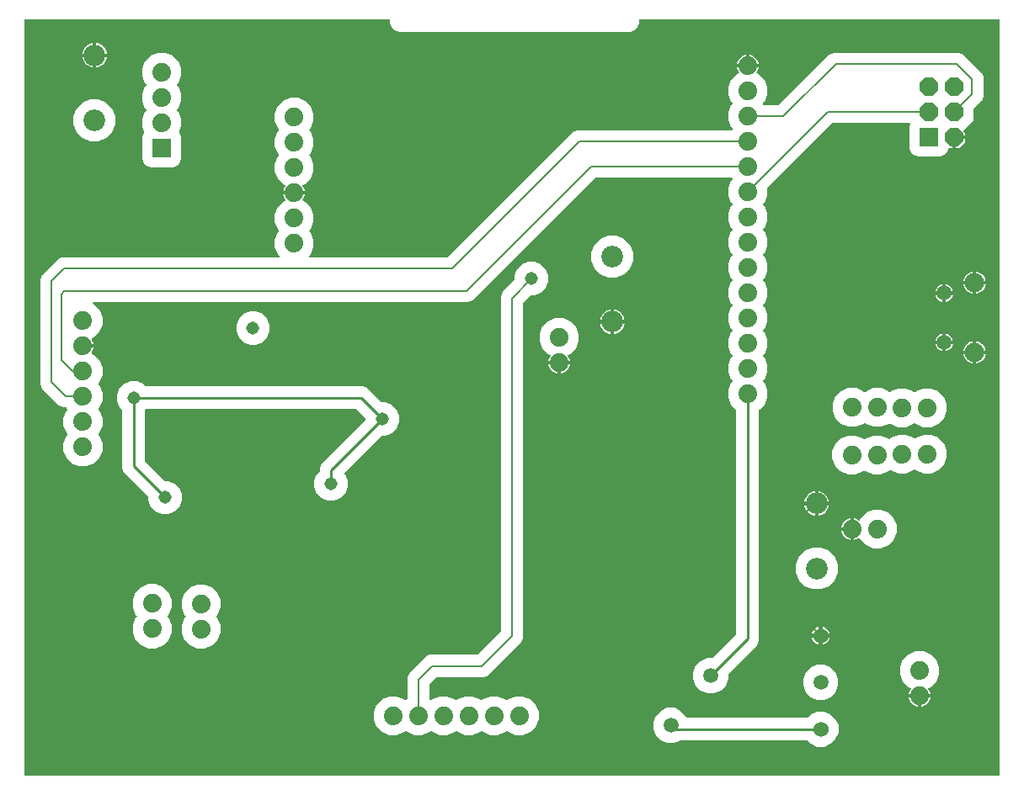
<source format=gbl>
G04 EAGLE Gerber RS-274X export*
G75*
%MOMM*%
%FSLAX34Y34*%
%LPD*%
%INBottom Copper*%
%IPPOS*%
%AMOC8*
5,1,8,0,0,1.08239X$1,22.5*%
G01*
%ADD10C,1.879600*%
%ADD11C,2.184400*%
%ADD12R,1.879600X1.879600*%
%ADD13C,1.524000*%
%ADD14C,1.508000*%
%ADD15C,1.950000*%
%ADD16P,2.034460X8X112.500000*%
%ADD17C,0.254000*%
%ADD18C,1.308000*%
%ADD19C,0.177800*%
%ADD20C,0.200000*%

G36*
X990102Y-873D02*
X990102Y-873D01*
X990204Y-865D01*
X990232Y-853D01*
X990263Y-848D01*
X990355Y-804D01*
X990451Y-766D01*
X990474Y-746D01*
X990502Y-733D01*
X990577Y-663D01*
X990657Y-598D01*
X990674Y-572D01*
X990696Y-551D01*
X990747Y-462D01*
X990804Y-377D01*
X990810Y-353D01*
X990828Y-321D01*
X990886Y-61D01*
X990883Y-23D01*
X990888Y0D01*
X990888Y760000D01*
X990873Y760102D01*
X990865Y760204D01*
X990853Y760232D01*
X990848Y760263D01*
X990804Y760355D01*
X990766Y760451D01*
X990746Y760474D01*
X990733Y760502D01*
X990663Y760577D01*
X990598Y760657D01*
X990572Y760674D01*
X990551Y760696D01*
X990462Y760747D01*
X990377Y760804D01*
X990353Y760810D01*
X990321Y760828D01*
X990061Y760886D01*
X990023Y760883D01*
X990000Y760888D01*
X628984Y760888D01*
X628882Y760873D01*
X628780Y760865D01*
X628752Y760853D01*
X628721Y760848D01*
X628629Y760804D01*
X628533Y760766D01*
X628510Y760746D01*
X628482Y760733D01*
X628407Y760663D01*
X628327Y760598D01*
X628310Y760572D01*
X628288Y760551D01*
X628237Y760462D01*
X628180Y760377D01*
X628174Y760353D01*
X628156Y760321D01*
X628098Y760061D01*
X628101Y760023D01*
X628096Y760000D01*
X628096Y756753D01*
X626452Y752785D01*
X623415Y749748D01*
X619447Y748104D01*
X386553Y748104D01*
X382585Y749748D01*
X379548Y752785D01*
X377904Y756753D01*
X377904Y760000D01*
X377889Y760102D01*
X377881Y760204D01*
X377869Y760232D01*
X377864Y760263D01*
X377820Y760355D01*
X377782Y760451D01*
X377762Y760474D01*
X377749Y760502D01*
X377679Y760577D01*
X377614Y760657D01*
X377588Y760674D01*
X377567Y760696D01*
X377478Y760747D01*
X377393Y760804D01*
X377369Y760810D01*
X377337Y760828D01*
X377077Y760886D01*
X377039Y760883D01*
X377016Y760888D01*
X11000Y760888D01*
X10898Y760873D01*
X10796Y760865D01*
X10768Y760853D01*
X10737Y760848D01*
X10645Y760804D01*
X10549Y760766D01*
X10526Y760746D01*
X10498Y760733D01*
X10423Y760663D01*
X10343Y760598D01*
X10326Y760572D01*
X10304Y760551D01*
X10253Y760462D01*
X10196Y760377D01*
X10190Y760353D01*
X10172Y760321D01*
X10114Y760061D01*
X10117Y760023D01*
X10112Y760000D01*
X10112Y0D01*
X10127Y-102D01*
X10135Y-204D01*
X10147Y-232D01*
X10152Y-263D01*
X10196Y-355D01*
X10234Y-451D01*
X10254Y-474D01*
X10267Y-502D01*
X10337Y-577D01*
X10402Y-657D01*
X10428Y-674D01*
X10449Y-696D01*
X10538Y-747D01*
X10623Y-804D01*
X10647Y-810D01*
X10679Y-828D01*
X10939Y-886D01*
X10977Y-883D01*
X11000Y-888D01*
X990000Y-888D01*
X990102Y-873D01*
G37*
%LPC*%
G36*
X696479Y82299D02*
X696479Y82299D01*
X689973Y84994D01*
X684994Y89973D01*
X682299Y96479D01*
X682299Y103521D01*
X684994Y110027D01*
X689973Y115006D01*
X696479Y117701D01*
X701167Y117701D01*
X701188Y117704D01*
X701209Y117702D01*
X701319Y117724D01*
X701430Y117741D01*
X701449Y117750D01*
X701470Y117754D01*
X701508Y117778D01*
X701669Y117856D01*
X701752Y117933D01*
X701795Y117961D01*
X725709Y141875D01*
X725722Y141892D01*
X725738Y141905D01*
X725800Y141998D01*
X725867Y142089D01*
X725874Y142108D01*
X725885Y142126D01*
X725895Y142170D01*
X725954Y142340D01*
X725958Y142452D01*
X725969Y142503D01*
X725969Y367303D01*
X725966Y367323D01*
X725968Y367344D01*
X725946Y367455D01*
X725929Y367565D01*
X725920Y367584D01*
X725916Y367605D01*
X725892Y367644D01*
X725814Y367805D01*
X725737Y367887D01*
X725709Y367931D01*
X720819Y372821D01*
X717841Y380009D01*
X717841Y387791D01*
X720819Y394979D01*
X721812Y395972D01*
X721873Y396055D01*
X721939Y396133D01*
X721951Y396161D01*
X721969Y396186D01*
X722003Y396283D01*
X722043Y396377D01*
X722047Y396408D01*
X722057Y396437D01*
X722060Y396539D01*
X722071Y396642D01*
X722065Y396672D01*
X722066Y396703D01*
X722039Y396802D01*
X722019Y396902D01*
X722006Y396922D01*
X721996Y396959D01*
X721853Y397183D01*
X721825Y397208D01*
X721812Y397228D01*
X720819Y398221D01*
X717841Y405409D01*
X717841Y413191D01*
X720819Y420379D01*
X721812Y421372D01*
X721873Y421455D01*
X721939Y421533D01*
X721951Y421561D01*
X721969Y421586D01*
X722003Y421683D01*
X722043Y421777D01*
X722047Y421808D01*
X722057Y421837D01*
X722060Y421939D01*
X722071Y422042D01*
X722065Y422072D01*
X722066Y422103D01*
X722039Y422202D01*
X722019Y422302D01*
X722006Y422322D01*
X721996Y422359D01*
X721853Y422583D01*
X721825Y422608D01*
X721812Y422628D01*
X720819Y423621D01*
X717841Y430809D01*
X717841Y438591D01*
X720819Y445779D01*
X721812Y446772D01*
X721873Y446855D01*
X721939Y446933D01*
X721951Y446961D01*
X721969Y446986D01*
X722003Y447083D01*
X722043Y447177D01*
X722047Y447208D01*
X722057Y447237D01*
X722060Y447339D01*
X722071Y447442D01*
X722065Y447472D01*
X722066Y447503D01*
X722039Y447602D01*
X722019Y447702D01*
X722006Y447722D01*
X721996Y447759D01*
X721853Y447983D01*
X721825Y448008D01*
X721812Y448028D01*
X720819Y449021D01*
X717841Y456209D01*
X717841Y463991D01*
X720819Y471179D01*
X721812Y472172D01*
X721873Y472255D01*
X721939Y472333D01*
X721951Y472361D01*
X721969Y472386D01*
X722003Y472483D01*
X722043Y472577D01*
X722047Y472608D01*
X722057Y472637D01*
X722060Y472739D01*
X722071Y472842D01*
X722065Y472872D01*
X722066Y472903D01*
X722039Y473002D01*
X722019Y473102D01*
X722006Y473122D01*
X721996Y473159D01*
X721853Y473383D01*
X721825Y473408D01*
X721812Y473428D01*
X720819Y474421D01*
X717841Y481609D01*
X717841Y489391D01*
X720819Y496579D01*
X721812Y497572D01*
X721873Y497655D01*
X721939Y497733D01*
X721951Y497761D01*
X721969Y497786D01*
X722003Y497883D01*
X722043Y497977D01*
X722047Y498008D01*
X722057Y498037D01*
X722060Y498139D01*
X722071Y498242D01*
X722065Y498272D01*
X722066Y498303D01*
X722039Y498402D01*
X722019Y498502D01*
X722006Y498522D01*
X721996Y498559D01*
X721853Y498783D01*
X721825Y498808D01*
X721812Y498828D01*
X720819Y499821D01*
X717841Y507009D01*
X717841Y514791D01*
X720819Y521979D01*
X721812Y522972D01*
X721873Y523055D01*
X721939Y523133D01*
X721951Y523161D01*
X721969Y523186D01*
X722003Y523283D01*
X722043Y523377D01*
X722047Y523408D01*
X722057Y523437D01*
X722060Y523539D01*
X722071Y523642D01*
X722065Y523672D01*
X722066Y523703D01*
X722039Y523802D01*
X722019Y523902D01*
X722006Y523922D01*
X721996Y523959D01*
X721853Y524183D01*
X721825Y524208D01*
X721812Y524228D01*
X720819Y525221D01*
X717841Y532409D01*
X717841Y540191D01*
X720819Y547379D01*
X721812Y548372D01*
X721873Y548455D01*
X721939Y548533D01*
X721951Y548561D01*
X721969Y548586D01*
X722003Y548683D01*
X722043Y548777D01*
X722047Y548808D01*
X722057Y548837D01*
X722060Y548939D01*
X722071Y549042D01*
X722065Y549072D01*
X722066Y549103D01*
X722039Y549202D01*
X722019Y549302D01*
X722006Y549322D01*
X721996Y549359D01*
X721853Y549583D01*
X721825Y549608D01*
X721812Y549628D01*
X720819Y550621D01*
X717841Y557809D01*
X717841Y565591D01*
X720819Y572779D01*
X721812Y573772D01*
X721873Y573855D01*
X721939Y573933D01*
X721951Y573961D01*
X721969Y573986D01*
X722003Y574083D01*
X722043Y574177D01*
X722047Y574208D01*
X722057Y574237D01*
X722060Y574339D01*
X722071Y574442D01*
X722065Y574472D01*
X722066Y574503D01*
X722039Y574602D01*
X722019Y574702D01*
X722006Y574722D01*
X721996Y574759D01*
X721853Y574983D01*
X721825Y575008D01*
X721812Y575028D01*
X720819Y576021D01*
X717841Y583209D01*
X717841Y590991D01*
X720819Y598179D01*
X721812Y599172D01*
X721873Y599255D01*
X721939Y599333D01*
X721951Y599361D01*
X721969Y599386D01*
X722003Y599483D01*
X722043Y599577D01*
X722047Y599608D01*
X722057Y599637D01*
X722060Y599739D01*
X722071Y599842D01*
X722065Y599872D01*
X722066Y599903D01*
X722039Y600002D01*
X722019Y600102D01*
X722006Y600122D01*
X721996Y600159D01*
X721853Y600383D01*
X721825Y600408D01*
X721812Y600428D01*
X721161Y601079D01*
X721144Y601092D01*
X721131Y601108D01*
X721037Y601170D01*
X720947Y601237D01*
X720927Y601244D01*
X720909Y601255D01*
X720865Y601265D01*
X720696Y601324D01*
X720583Y601328D01*
X720533Y601339D01*
X584991Y601339D01*
X584970Y601336D01*
X584949Y601338D01*
X584839Y601316D01*
X584728Y601299D01*
X584709Y601290D01*
X584689Y601286D01*
X584650Y601262D01*
X584489Y601184D01*
X584406Y601107D01*
X584363Y601079D01*
X460822Y477538D01*
X456720Y475839D01*
X79717Y475839D01*
X79626Y475825D01*
X79534Y475820D01*
X79495Y475806D01*
X79454Y475799D01*
X79371Y475759D01*
X79285Y475727D01*
X79252Y475702D01*
X79215Y475684D01*
X79147Y475621D01*
X79075Y475564D01*
X79051Y475531D01*
X79021Y475502D01*
X78975Y475422D01*
X78922Y475347D01*
X78909Y475307D01*
X78889Y475272D01*
X78869Y475182D01*
X78840Y475094D01*
X78840Y475052D01*
X78831Y475012D01*
X78839Y474920D01*
X78838Y474828D01*
X78849Y474788D01*
X78853Y474747D01*
X78887Y474662D01*
X78913Y474573D01*
X78936Y474539D01*
X78952Y474500D01*
X79010Y474429D01*
X79061Y474352D01*
X79087Y474334D01*
X79119Y474294D01*
X79340Y474147D01*
X79360Y474142D01*
X79377Y474130D01*
X79979Y473881D01*
X85481Y468379D01*
X88459Y461191D01*
X88459Y453409D01*
X85481Y446221D01*
X79979Y440719D01*
X77957Y439881D01*
X77893Y439843D01*
X77825Y439813D01*
X77780Y439775D01*
X77729Y439744D01*
X77680Y439689D01*
X77624Y439640D01*
X77592Y439590D01*
X77552Y439545D01*
X77522Y439478D01*
X77482Y439415D01*
X77467Y439358D01*
X77442Y439303D01*
X77433Y439230D01*
X77414Y439158D01*
X77416Y439099D01*
X77409Y439040D01*
X77422Y438967D01*
X77424Y438893D01*
X77441Y438854D01*
X77455Y438778D01*
X77576Y438541D01*
X77577Y438540D01*
X77578Y438539D01*
X78242Y437625D01*
X79022Y436093D01*
X79554Y434458D01*
X79677Y433677D01*
X69789Y433677D01*
X69688Y433662D01*
X69585Y433653D01*
X69557Y433642D01*
X69526Y433637D01*
X69434Y433593D01*
X69339Y433554D01*
X69315Y433535D01*
X69287Y433522D01*
X69212Y433452D01*
X69132Y433387D01*
X69115Y433361D01*
X69093Y433340D01*
X69042Y433251D01*
X68985Y433166D01*
X68980Y433142D01*
X68961Y433110D01*
X68903Y432850D01*
X68906Y432812D01*
X68901Y432789D01*
X68901Y431011D01*
X68916Y430909D01*
X68925Y430807D01*
X68936Y430779D01*
X68941Y430748D01*
X68985Y430656D01*
X69024Y430560D01*
X69043Y430537D01*
X69056Y430509D01*
X69126Y430434D01*
X69191Y430354D01*
X69217Y430337D01*
X69238Y430315D01*
X69327Y430264D01*
X69412Y430207D01*
X69436Y430201D01*
X69469Y430183D01*
X69728Y430125D01*
X69766Y430128D01*
X69789Y430123D01*
X79677Y430123D01*
X79554Y429342D01*
X79022Y427707D01*
X78242Y426175D01*
X77578Y425261D01*
X77544Y425196D01*
X77501Y425135D01*
X77483Y425078D01*
X77456Y425025D01*
X77443Y424953D01*
X77420Y424882D01*
X77419Y424822D01*
X77409Y424764D01*
X77418Y424690D01*
X77417Y424616D01*
X77434Y424559D01*
X77441Y424500D01*
X77472Y424432D01*
X77493Y424361D01*
X77526Y424312D01*
X77550Y424258D01*
X77600Y424202D01*
X77641Y424140D01*
X77675Y424116D01*
X77726Y424058D01*
X77953Y423920D01*
X77956Y423920D01*
X77957Y423919D01*
X79979Y423081D01*
X85481Y417579D01*
X88459Y410391D01*
X88459Y402609D01*
X85481Y395421D01*
X84488Y394428D01*
X84427Y394345D01*
X84361Y394267D01*
X84349Y394239D01*
X84331Y394214D01*
X84297Y394117D01*
X84257Y394023D01*
X84253Y393992D01*
X84243Y393963D01*
X84240Y393860D01*
X84229Y393758D01*
X84235Y393728D01*
X84234Y393697D01*
X84261Y393598D01*
X84281Y393498D01*
X84294Y393477D01*
X84304Y393441D01*
X84447Y393217D01*
X84475Y393192D01*
X84488Y393172D01*
X85481Y392179D01*
X88459Y384991D01*
X88459Y377209D01*
X85481Y370021D01*
X84488Y369028D01*
X84427Y368945D01*
X84361Y368867D01*
X84349Y368839D01*
X84331Y368814D01*
X84297Y368717D01*
X84257Y368623D01*
X84253Y368592D01*
X84243Y368563D01*
X84240Y368460D01*
X84229Y368358D01*
X84235Y368328D01*
X84234Y368297D01*
X84261Y368198D01*
X84281Y368098D01*
X84294Y368077D01*
X84304Y368041D01*
X84447Y367817D01*
X84475Y367792D01*
X84488Y367772D01*
X85481Y366779D01*
X88459Y359591D01*
X88459Y351809D01*
X85481Y344621D01*
X84488Y343628D01*
X84427Y343545D01*
X84361Y343467D01*
X84349Y343439D01*
X84331Y343414D01*
X84297Y343317D01*
X84257Y343223D01*
X84253Y343192D01*
X84243Y343163D01*
X84240Y343061D01*
X84229Y342958D01*
X84235Y342928D01*
X84234Y342897D01*
X84261Y342798D01*
X84281Y342698D01*
X84294Y342678D01*
X84304Y342641D01*
X84447Y342417D01*
X84475Y342392D01*
X84488Y342372D01*
X85481Y341379D01*
X88459Y334191D01*
X88459Y326409D01*
X85481Y319221D01*
X79979Y313719D01*
X72791Y310741D01*
X65009Y310741D01*
X57821Y313719D01*
X52319Y319221D01*
X49341Y326409D01*
X49341Y334191D01*
X52319Y341379D01*
X53312Y342372D01*
X53373Y342455D01*
X53439Y342533D01*
X53451Y342561D01*
X53469Y342586D01*
X53503Y342683D01*
X53543Y342777D01*
X53547Y342808D01*
X53557Y342837D01*
X53560Y342940D01*
X53571Y343042D01*
X53565Y343072D01*
X53566Y343103D01*
X53539Y343202D01*
X53519Y343302D01*
X53506Y343323D01*
X53496Y343359D01*
X53353Y343583D01*
X53325Y343608D01*
X53312Y343628D01*
X52319Y344621D01*
X49341Y351809D01*
X49341Y359591D01*
X52319Y366779D01*
X53312Y367772D01*
X53373Y367855D01*
X53439Y367933D01*
X53451Y367961D01*
X53469Y367986D01*
X53503Y368083D01*
X53543Y368177D01*
X53547Y368208D01*
X53557Y368237D01*
X53560Y368339D01*
X53571Y368442D01*
X53565Y368472D01*
X53566Y368503D01*
X53539Y368602D01*
X53519Y368702D01*
X53506Y368722D01*
X53496Y368759D01*
X53353Y368983D01*
X53324Y369008D01*
X53312Y369028D01*
X52550Y369790D01*
X52533Y369802D01*
X52520Y369819D01*
X52426Y369881D01*
X52336Y369948D01*
X52316Y369955D01*
X52298Y369966D01*
X52254Y369976D01*
X52085Y370035D01*
X51972Y370039D01*
X51922Y370050D01*
X49202Y370050D01*
X45141Y371732D01*
X27632Y389241D01*
X25950Y393302D01*
X25950Y499198D01*
X27632Y503259D01*
X40302Y515929D01*
X40460Y516143D01*
X40477Y516192D01*
X40495Y516217D01*
X40538Y516322D01*
X43678Y519462D01*
X47780Y521161D01*
X265535Y521161D01*
X265586Y521168D01*
X265637Y521167D01*
X265717Y521188D01*
X265797Y521201D01*
X265844Y521223D01*
X265894Y521237D01*
X265963Y521281D01*
X266037Y521316D01*
X266074Y521351D01*
X266118Y521379D01*
X266171Y521442D01*
X266231Y521498D01*
X266257Y521542D01*
X266290Y521582D01*
X266322Y521657D01*
X266363Y521728D01*
X266374Y521779D01*
X266395Y521826D01*
X266403Y521908D01*
X266421Y521988D01*
X266417Y522039D01*
X266422Y522091D01*
X266406Y522171D01*
X266399Y522253D01*
X266380Y522301D01*
X266370Y522351D01*
X266342Y522395D01*
X266300Y522500D01*
X266187Y522639D01*
X266163Y522677D01*
X264619Y524221D01*
X261641Y531409D01*
X261641Y539191D01*
X264619Y546379D01*
X265612Y547372D01*
X265673Y547455D01*
X265739Y547533D01*
X265751Y547561D01*
X265769Y547586D01*
X265803Y547683D01*
X265843Y547777D01*
X265847Y547808D01*
X265857Y547837D01*
X265860Y547939D01*
X265871Y548042D01*
X265865Y548072D01*
X265866Y548103D01*
X265839Y548202D01*
X265819Y548302D01*
X265806Y548322D01*
X265796Y548359D01*
X265653Y548583D01*
X265625Y548608D01*
X265612Y548628D01*
X264619Y549621D01*
X261641Y556809D01*
X261641Y564591D01*
X264619Y571779D01*
X270121Y577281D01*
X272143Y578119D01*
X272207Y578157D01*
X272275Y578187D01*
X272320Y578225D01*
X272371Y578256D01*
X272420Y578311D01*
X272476Y578360D01*
X272508Y578410D01*
X272548Y578455D01*
X272578Y578522D01*
X272618Y578585D01*
X272633Y578642D01*
X272658Y578697D01*
X272667Y578770D01*
X272686Y578842D01*
X272684Y578901D01*
X272691Y578960D01*
X272678Y579033D01*
X272676Y579107D01*
X272659Y579146D01*
X272645Y579222D01*
X272524Y579459D01*
X272523Y579460D01*
X272522Y579461D01*
X271858Y580375D01*
X271078Y581907D01*
X270546Y583542D01*
X270423Y584323D01*
X280311Y584323D01*
X280412Y584338D01*
X280515Y584346D01*
X280543Y584358D01*
X280574Y584363D01*
X280666Y584407D01*
X280761Y584445D01*
X280785Y584465D01*
X280813Y584478D01*
X280888Y584548D01*
X280968Y584613D01*
X280985Y584639D01*
X281007Y584660D01*
X281058Y584749D01*
X281115Y584834D01*
X281120Y584858D01*
X281139Y584890D01*
X281197Y585150D01*
X281194Y585188D01*
X281199Y585211D01*
X281199Y586989D01*
X281184Y587090D01*
X281175Y587193D01*
X281164Y587221D01*
X281159Y587252D01*
X281115Y587344D01*
X281076Y587439D01*
X281057Y587463D01*
X281044Y587491D01*
X280974Y587566D01*
X280909Y587646D01*
X280883Y587663D01*
X280862Y587685D01*
X280773Y587736D01*
X280688Y587793D01*
X280664Y587799D01*
X280631Y587817D01*
X280372Y587875D01*
X280334Y587872D01*
X280311Y587877D01*
X270423Y587877D01*
X270546Y588658D01*
X271078Y590293D01*
X271858Y591825D01*
X272522Y592739D01*
X272556Y592804D01*
X272599Y592865D01*
X272617Y592922D01*
X272644Y592975D01*
X272657Y593047D01*
X272680Y593118D01*
X272681Y593178D01*
X272691Y593236D01*
X272682Y593310D01*
X272683Y593384D01*
X272666Y593441D01*
X272659Y593500D01*
X272628Y593568D01*
X272607Y593639D01*
X272574Y593688D01*
X272550Y593742D01*
X272500Y593798D01*
X272459Y593860D01*
X272425Y593884D01*
X272374Y593942D01*
X272147Y594080D01*
X272144Y594080D01*
X272143Y594081D01*
X270121Y594919D01*
X264619Y600421D01*
X261641Y607609D01*
X261641Y615391D01*
X264619Y622579D01*
X265612Y623572D01*
X265673Y623655D01*
X265739Y623733D01*
X265751Y623761D01*
X265769Y623786D01*
X265803Y623883D01*
X265843Y623977D01*
X265847Y624008D01*
X265857Y624037D01*
X265860Y624139D01*
X265871Y624242D01*
X265865Y624272D01*
X265866Y624303D01*
X265839Y624402D01*
X265819Y624502D01*
X265806Y624522D01*
X265796Y624559D01*
X265653Y624783D01*
X265625Y624808D01*
X265612Y624828D01*
X264619Y625821D01*
X261641Y633009D01*
X261641Y640791D01*
X264619Y647979D01*
X265612Y648972D01*
X265673Y649055D01*
X265739Y649133D01*
X265751Y649161D01*
X265769Y649186D01*
X265803Y649283D01*
X265843Y649377D01*
X265847Y649408D01*
X265857Y649437D01*
X265860Y649539D01*
X265871Y649642D01*
X265865Y649672D01*
X265866Y649703D01*
X265839Y649802D01*
X265819Y649902D01*
X265806Y649922D01*
X265796Y649959D01*
X265653Y650183D01*
X265625Y650208D01*
X265612Y650228D01*
X264619Y651221D01*
X261641Y658409D01*
X261641Y666191D01*
X264619Y673379D01*
X270121Y678881D01*
X277309Y681859D01*
X285091Y681859D01*
X292279Y678881D01*
X297781Y673379D01*
X300759Y666191D01*
X300759Y658409D01*
X297781Y651221D01*
X296788Y650228D01*
X296727Y650145D01*
X296661Y650067D01*
X296649Y650039D01*
X296631Y650014D01*
X296597Y649917D01*
X296557Y649823D01*
X296553Y649792D01*
X296543Y649763D01*
X296540Y649660D01*
X296529Y649558D01*
X296535Y649528D01*
X296534Y649497D01*
X296561Y649398D01*
X296581Y649298D01*
X296594Y649277D01*
X296604Y649241D01*
X296747Y649017D01*
X296775Y648992D01*
X296788Y648972D01*
X297781Y647979D01*
X300759Y640791D01*
X300759Y633009D01*
X297781Y625821D01*
X296788Y624828D01*
X296727Y624745D01*
X296661Y624667D01*
X296649Y624639D01*
X296631Y624614D01*
X296597Y624517D01*
X296557Y624423D01*
X296553Y624392D01*
X296543Y624363D01*
X296540Y624260D01*
X296529Y624158D01*
X296535Y624128D01*
X296534Y624097D01*
X296561Y623998D01*
X296581Y623898D01*
X296594Y623877D01*
X296604Y623841D01*
X296747Y623617D01*
X296775Y623592D01*
X296788Y623572D01*
X297781Y622579D01*
X300759Y615391D01*
X300759Y607609D01*
X297781Y600421D01*
X292279Y594919D01*
X290257Y594081D01*
X290193Y594043D01*
X290125Y594013D01*
X290080Y593975D01*
X290029Y593944D01*
X289980Y593889D01*
X289924Y593840D01*
X289892Y593790D01*
X289852Y593745D01*
X289822Y593678D01*
X289782Y593615D01*
X289767Y593558D01*
X289742Y593503D01*
X289733Y593430D01*
X289714Y593358D01*
X289716Y593299D01*
X289709Y593240D01*
X289722Y593167D01*
X289724Y593093D01*
X289741Y593054D01*
X289755Y592978D01*
X289876Y592741D01*
X289877Y592740D01*
X289878Y592739D01*
X290542Y591825D01*
X291322Y590293D01*
X291854Y588658D01*
X291977Y587877D01*
X282089Y587877D01*
X281988Y587862D01*
X281885Y587853D01*
X281857Y587842D01*
X281826Y587837D01*
X281734Y587793D01*
X281639Y587754D01*
X281615Y587735D01*
X281587Y587722D01*
X281512Y587652D01*
X281432Y587587D01*
X281415Y587561D01*
X281393Y587540D01*
X281342Y587451D01*
X281285Y587366D01*
X281280Y587342D01*
X281261Y587310D01*
X281203Y587050D01*
X281206Y587012D01*
X281201Y586989D01*
X281201Y585211D01*
X281216Y585109D01*
X281225Y585007D01*
X281236Y584979D01*
X281241Y584948D01*
X281285Y584856D01*
X281324Y584760D01*
X281343Y584737D01*
X281356Y584709D01*
X281426Y584634D01*
X281491Y584554D01*
X281517Y584537D01*
X281538Y584515D01*
X281627Y584464D01*
X281712Y584407D01*
X281736Y584401D01*
X281769Y584383D01*
X282028Y584325D01*
X282066Y584328D01*
X282089Y584323D01*
X291977Y584323D01*
X291854Y583542D01*
X291322Y581907D01*
X290542Y580375D01*
X289878Y579461D01*
X289844Y579396D01*
X289801Y579335D01*
X289783Y579278D01*
X289756Y579225D01*
X289743Y579153D01*
X289720Y579082D01*
X289719Y579022D01*
X289709Y578964D01*
X289718Y578890D01*
X289717Y578816D01*
X289734Y578759D01*
X289741Y578700D01*
X289772Y578632D01*
X289793Y578561D01*
X289826Y578512D01*
X289850Y578458D01*
X289900Y578402D01*
X289941Y578340D01*
X289975Y578316D01*
X290026Y578258D01*
X290253Y578120D01*
X290256Y578120D01*
X290257Y578119D01*
X292279Y577281D01*
X297781Y571779D01*
X300759Y564591D01*
X300759Y556809D01*
X297781Y549621D01*
X296788Y548628D01*
X296727Y548545D01*
X296661Y548467D01*
X296649Y548439D01*
X296631Y548414D01*
X296597Y548317D01*
X296557Y548223D01*
X296553Y548192D01*
X296543Y548163D01*
X296540Y548060D01*
X296529Y547958D01*
X296535Y547928D01*
X296534Y547897D01*
X296561Y547798D01*
X296581Y547698D01*
X296594Y547677D01*
X296604Y547641D01*
X296747Y547417D01*
X296775Y547392D01*
X296788Y547372D01*
X297781Y546379D01*
X300759Y539191D01*
X300759Y531409D01*
X297781Y524221D01*
X296237Y522677D01*
X296207Y522636D01*
X296169Y522600D01*
X296128Y522529D01*
X296080Y522463D01*
X296063Y522414D01*
X296037Y522370D01*
X296019Y522290D01*
X295992Y522212D01*
X295990Y522160D01*
X295979Y522110D01*
X295986Y522028D01*
X295983Y521946D01*
X295997Y521897D01*
X296001Y521845D01*
X296031Y521769D01*
X296053Y521690D01*
X296081Y521646D01*
X296100Y521598D01*
X296152Y521535D01*
X296196Y521466D01*
X296235Y521432D01*
X296267Y521392D01*
X296336Y521347D01*
X296398Y521294D01*
X296446Y521273D01*
X296489Y521245D01*
X296539Y521233D01*
X296643Y521189D01*
X296821Y521171D01*
X296865Y521161D01*
X435009Y521161D01*
X435030Y521164D01*
X435051Y521162D01*
X435161Y521184D01*
X435272Y521201D01*
X435291Y521210D01*
X435311Y521214D01*
X435350Y521238D01*
X435511Y521316D01*
X435594Y521393D01*
X435637Y521421D01*
X561578Y647362D01*
X565680Y649061D01*
X720533Y649061D01*
X720553Y649064D01*
X720574Y649062D01*
X720685Y649084D01*
X720795Y649101D01*
X720814Y649110D01*
X720835Y649114D01*
X720873Y649138D01*
X721035Y649216D01*
X721117Y649293D01*
X721161Y649321D01*
X721812Y649972D01*
X721872Y650054D01*
X721939Y650133D01*
X721951Y650161D01*
X721969Y650186D01*
X722003Y650283D01*
X722043Y650377D01*
X722047Y650408D01*
X722057Y650437D01*
X722060Y650539D01*
X722071Y650642D01*
X722065Y650672D01*
X722066Y650703D01*
X722039Y650802D01*
X722019Y650902D01*
X722006Y650922D01*
X721996Y650959D01*
X721853Y651183D01*
X721825Y651208D01*
X721812Y651228D01*
X720819Y652221D01*
X717841Y659409D01*
X717841Y667191D01*
X720819Y674379D01*
X721812Y675372D01*
X721836Y675405D01*
X721838Y675407D01*
X721841Y675412D01*
X721873Y675455D01*
X721939Y675533D01*
X721951Y675561D01*
X721969Y675586D01*
X722003Y675683D01*
X722043Y675777D01*
X722047Y675808D01*
X722057Y675837D01*
X722060Y675939D01*
X722071Y676042D01*
X722065Y676072D01*
X722066Y676103D01*
X722039Y676202D01*
X722019Y676302D01*
X722006Y676322D01*
X721996Y676359D01*
X721853Y676583D01*
X721825Y676608D01*
X721812Y676628D01*
X720819Y677621D01*
X717841Y684809D01*
X717841Y692591D01*
X720819Y699779D01*
X726321Y705281D01*
X728343Y706119D01*
X728407Y706157D01*
X728475Y706187D01*
X728520Y706225D01*
X728571Y706256D01*
X728620Y706311D01*
X728676Y706360D01*
X728708Y706410D01*
X728748Y706455D01*
X728778Y706522D01*
X728818Y706585D01*
X728833Y706642D01*
X728858Y706697D01*
X728867Y706770D01*
X728886Y706842D01*
X728884Y706901D01*
X728891Y706960D01*
X728878Y707033D01*
X728876Y707107D01*
X728859Y707146D01*
X728845Y707222D01*
X728724Y707459D01*
X728723Y707460D01*
X728722Y707461D01*
X728058Y708375D01*
X727278Y709907D01*
X726746Y711542D01*
X726623Y712323D01*
X736511Y712323D01*
X736612Y712338D01*
X736715Y712346D01*
X736743Y712358D01*
X736774Y712363D01*
X736866Y712407D01*
X736961Y712445D01*
X736985Y712465D01*
X737013Y712478D01*
X737088Y712548D01*
X737168Y712613D01*
X737185Y712639D01*
X737207Y712660D01*
X737258Y712749D01*
X737315Y712834D01*
X737320Y712858D01*
X737339Y712890D01*
X737397Y713150D01*
X737394Y713188D01*
X737399Y713211D01*
X737399Y714101D01*
X737401Y714101D01*
X737401Y713211D01*
X737416Y713109D01*
X737425Y713007D01*
X737436Y712979D01*
X737441Y712948D01*
X737485Y712856D01*
X737524Y712760D01*
X737543Y712737D01*
X737556Y712709D01*
X737626Y712634D01*
X737691Y712554D01*
X737717Y712537D01*
X737738Y712515D01*
X737827Y712464D01*
X737912Y712407D01*
X737936Y712401D01*
X737969Y712383D01*
X738228Y712325D01*
X738266Y712328D01*
X738289Y712323D01*
X748177Y712323D01*
X748054Y711542D01*
X747522Y709907D01*
X746742Y708375D01*
X746078Y707461D01*
X746044Y707396D01*
X746001Y707335D01*
X745983Y707278D01*
X745956Y707225D01*
X745943Y707153D01*
X745920Y707082D01*
X745919Y707022D01*
X745909Y706964D01*
X745918Y706890D01*
X745917Y706816D01*
X745934Y706759D01*
X745941Y706700D01*
X745972Y706632D01*
X745993Y706561D01*
X746026Y706512D01*
X746050Y706458D01*
X746100Y706402D01*
X746141Y706340D01*
X746175Y706316D01*
X746226Y706258D01*
X746453Y706120D01*
X746456Y706120D01*
X746457Y706119D01*
X748479Y705281D01*
X753981Y699779D01*
X756959Y692591D01*
X756959Y684809D01*
X753981Y677621D01*
X752988Y676628D01*
X752927Y676545D01*
X752861Y676467D01*
X752849Y676439D01*
X752831Y676414D01*
X752797Y676317D01*
X752757Y676223D01*
X752753Y676192D01*
X752743Y676163D01*
X752740Y676060D01*
X752729Y675958D01*
X752735Y675928D01*
X752734Y675897D01*
X752761Y675798D01*
X752781Y675698D01*
X752794Y675677D01*
X752804Y675641D01*
X752947Y675417D01*
X752976Y675392D01*
X752988Y675372D01*
X753639Y674721D01*
X753656Y674708D01*
X753669Y674692D01*
X753763Y674630D01*
X753853Y674563D01*
X753873Y674556D01*
X753891Y674545D01*
X753935Y674535D01*
X754104Y674476D01*
X754217Y674472D01*
X754267Y674461D01*
X768309Y674461D01*
X768330Y674464D01*
X768351Y674462D01*
X768461Y674484D01*
X768572Y674501D01*
X768591Y674510D01*
X768612Y674514D01*
X768650Y674538D01*
X768811Y674616D01*
X768894Y674693D01*
X768937Y674721D01*
X816413Y722197D01*
X816414Y722197D01*
X819678Y725462D01*
X823780Y727161D01*
X949720Y727161D01*
X953822Y725462D01*
X957086Y722197D01*
X957087Y722197D01*
X969197Y710087D01*
X969197Y710086D01*
X972462Y706822D01*
X974161Y702720D01*
X974161Y683080D01*
X972462Y678978D01*
X969197Y675714D01*
X969197Y675713D01*
X964919Y671435D01*
X964906Y671418D01*
X964890Y671405D01*
X964828Y671312D01*
X964761Y671221D01*
X964754Y671201D01*
X964743Y671184D01*
X964733Y671139D01*
X964674Y670970D01*
X964670Y670858D01*
X964659Y670807D01*
X964659Y659299D01*
X954582Y649222D01*
X954521Y649139D01*
X954454Y649061D01*
X954442Y649032D01*
X954424Y649008D01*
X954390Y648911D01*
X954350Y648816D01*
X954347Y648786D01*
X954337Y648756D01*
X954333Y648654D01*
X954323Y648552D01*
X954329Y648522D01*
X954327Y648491D01*
X954354Y648392D01*
X954375Y648291D01*
X954387Y648271D01*
X954397Y648234D01*
X954540Y648010D01*
X954569Y647985D01*
X954582Y647965D01*
X956023Y646524D01*
X956023Y643777D01*
X945989Y643777D01*
X945888Y643762D01*
X945785Y643753D01*
X945757Y643742D01*
X945726Y643737D01*
X945634Y643693D01*
X945539Y643654D01*
X945515Y643635D01*
X945487Y643622D01*
X945412Y643552D01*
X945332Y643487D01*
X945315Y643461D01*
X945293Y643440D01*
X945242Y643351D01*
X945185Y643266D01*
X945180Y643242D01*
X945161Y643210D01*
X945103Y642950D01*
X945106Y642912D01*
X945101Y642889D01*
X945101Y641999D01*
X944211Y641999D01*
X944109Y641984D01*
X944007Y641975D01*
X943979Y641964D01*
X943948Y641959D01*
X943856Y641915D01*
X943760Y641876D01*
X943737Y641857D01*
X943709Y641844D01*
X943634Y641774D01*
X943554Y641709D01*
X943537Y641683D01*
X943515Y641662D01*
X943464Y641573D01*
X943407Y641488D01*
X943401Y641464D01*
X943383Y641431D01*
X943325Y641172D01*
X943328Y641134D01*
X943323Y641111D01*
X943323Y631077D01*
X940521Y631077D01*
X940516Y631081D01*
X940506Y631084D01*
X940497Y631090D01*
X940381Y631128D01*
X940265Y631168D01*
X940254Y631169D01*
X940244Y631172D01*
X940122Y631173D01*
X939999Y631177D01*
X939989Y631175D01*
X939978Y631175D01*
X939861Y631140D01*
X939743Y631107D01*
X939734Y631102D01*
X939724Y631099D01*
X939622Y631031D01*
X939518Y630965D01*
X939511Y630957D01*
X939503Y630951D01*
X939485Y630926D01*
X939346Y630762D01*
X939309Y630674D01*
X939281Y630635D01*
X937712Y626846D01*
X934854Y623988D01*
X931119Y622441D01*
X908281Y622441D01*
X904546Y623988D01*
X901688Y626846D01*
X900141Y630581D01*
X900141Y653419D01*
X900801Y655011D01*
X900803Y655021D01*
X900808Y655030D01*
X900835Y655150D01*
X900865Y655269D01*
X900864Y655280D01*
X900866Y655290D01*
X900856Y655412D01*
X900849Y655535D01*
X900845Y655544D01*
X900845Y655555D01*
X900799Y655669D01*
X900756Y655783D01*
X900750Y655792D01*
X900746Y655802D01*
X900668Y655897D01*
X900593Y655994D01*
X900585Y656000D01*
X900578Y656008D01*
X900476Y656076D01*
X900376Y656146D01*
X900366Y656150D01*
X900357Y656155D01*
X900326Y656162D01*
X900123Y656228D01*
X900027Y656229D01*
X899980Y656239D01*
X822691Y656239D01*
X822670Y656236D01*
X822649Y656238D01*
X822539Y656216D01*
X822428Y656199D01*
X822409Y656190D01*
X822389Y656186D01*
X822350Y656162D01*
X822189Y656084D01*
X822106Y656007D01*
X822063Y655979D01*
X757219Y591135D01*
X757206Y591118D01*
X757190Y591105D01*
X757128Y591012D01*
X757061Y590921D01*
X757054Y590901D01*
X757043Y590884D01*
X757033Y590839D01*
X756974Y590670D01*
X756970Y590557D01*
X756959Y590507D01*
X756959Y583209D01*
X753981Y576021D01*
X752988Y575028D01*
X752927Y574945D01*
X752861Y574867D01*
X752849Y574839D01*
X752831Y574814D01*
X752797Y574717D01*
X752757Y574623D01*
X752753Y574592D01*
X752743Y574563D01*
X752740Y574460D01*
X752729Y574358D01*
X752735Y574328D01*
X752734Y574297D01*
X752761Y574198D01*
X752781Y574098D01*
X752794Y574077D01*
X752804Y574041D01*
X752947Y573817D01*
X752975Y573792D01*
X752988Y573772D01*
X753981Y572779D01*
X756959Y565591D01*
X756959Y557809D01*
X753981Y550621D01*
X752988Y549628D01*
X752927Y549545D01*
X752861Y549467D01*
X752849Y549439D01*
X752831Y549414D01*
X752797Y549317D01*
X752757Y549223D01*
X752753Y549192D01*
X752743Y549163D01*
X752740Y549060D01*
X752729Y548958D01*
X752735Y548928D01*
X752734Y548897D01*
X752761Y548798D01*
X752781Y548698D01*
X752794Y548677D01*
X752804Y548641D01*
X752947Y548417D01*
X752975Y548392D01*
X752988Y548372D01*
X753981Y547379D01*
X756959Y540191D01*
X756959Y532409D01*
X753981Y525221D01*
X752988Y524228D01*
X752927Y524145D01*
X752861Y524067D01*
X752849Y524039D01*
X752831Y524014D01*
X752797Y523917D01*
X752757Y523823D01*
X752753Y523792D01*
X752743Y523763D01*
X752740Y523660D01*
X752729Y523558D01*
X752735Y523528D01*
X752734Y523497D01*
X752761Y523398D01*
X752781Y523298D01*
X752794Y523277D01*
X752804Y523241D01*
X752947Y523017D01*
X752975Y522992D01*
X752988Y522972D01*
X753981Y521979D01*
X756959Y514791D01*
X756959Y507009D01*
X753981Y499821D01*
X752988Y498828D01*
X752927Y498745D01*
X752861Y498667D01*
X752849Y498639D01*
X752831Y498614D01*
X752797Y498517D01*
X752757Y498423D01*
X752753Y498392D01*
X752743Y498363D01*
X752740Y498260D01*
X752729Y498158D01*
X752735Y498128D01*
X752734Y498097D01*
X752761Y497998D01*
X752781Y497898D01*
X752794Y497877D01*
X752804Y497841D01*
X752947Y497617D01*
X752975Y497592D01*
X752988Y497572D01*
X753981Y496579D01*
X756959Y489391D01*
X756959Y481609D01*
X753981Y474421D01*
X752988Y473428D01*
X752927Y473345D01*
X752861Y473267D01*
X752849Y473239D01*
X752831Y473214D01*
X752797Y473117D01*
X752757Y473023D01*
X752753Y472992D01*
X752743Y472963D01*
X752740Y472860D01*
X752729Y472758D01*
X752735Y472728D01*
X752734Y472697D01*
X752761Y472598D01*
X752781Y472498D01*
X752794Y472477D01*
X752804Y472441D01*
X752947Y472217D01*
X752975Y472192D01*
X752988Y472172D01*
X753981Y471179D01*
X756959Y463991D01*
X756959Y456209D01*
X753981Y449021D01*
X752988Y448028D01*
X752927Y447945D01*
X752861Y447867D01*
X752849Y447839D01*
X752831Y447814D01*
X752797Y447717D01*
X752757Y447623D01*
X752753Y447592D01*
X752743Y447563D01*
X752740Y447460D01*
X752729Y447358D01*
X752735Y447328D01*
X752734Y447297D01*
X752761Y447198D01*
X752781Y447098D01*
X752794Y447077D01*
X752804Y447041D01*
X752947Y446817D01*
X752975Y446792D01*
X752988Y446772D01*
X753981Y445779D01*
X756959Y438591D01*
X756959Y430809D01*
X753981Y423621D01*
X752988Y422628D01*
X752927Y422545D01*
X752861Y422467D01*
X752849Y422439D01*
X752831Y422414D01*
X752797Y422317D01*
X752757Y422223D01*
X752753Y422192D01*
X752743Y422163D01*
X752740Y422060D01*
X752729Y421958D01*
X752735Y421928D01*
X752734Y421897D01*
X752761Y421798D01*
X752781Y421698D01*
X752794Y421677D01*
X752804Y421641D01*
X752947Y421417D01*
X752975Y421392D01*
X752988Y421372D01*
X753981Y420379D01*
X756959Y413191D01*
X756959Y405409D01*
X753981Y398221D01*
X752988Y397228D01*
X752927Y397145D01*
X752861Y397067D01*
X752849Y397039D01*
X752831Y397014D01*
X752797Y396917D01*
X752757Y396823D01*
X752753Y396792D01*
X752743Y396763D01*
X752740Y396660D01*
X752729Y396558D01*
X752735Y396528D01*
X752734Y396497D01*
X752761Y396398D01*
X752781Y396298D01*
X752794Y396277D01*
X752804Y396241D01*
X752947Y396017D01*
X752975Y395992D01*
X752988Y395972D01*
X753981Y394979D01*
X756959Y387791D01*
X756959Y380009D01*
X753981Y372821D01*
X749091Y367931D01*
X749078Y367914D01*
X749062Y367901D01*
X749000Y367807D01*
X748933Y367717D01*
X748926Y367697D01*
X748915Y367679D01*
X748905Y367635D01*
X748846Y367466D01*
X748842Y367353D01*
X748831Y367303D01*
X748831Y135126D01*
X747091Y130925D01*
X717961Y101795D01*
X717948Y101778D01*
X717932Y101765D01*
X717870Y101672D01*
X717803Y101581D01*
X717796Y101562D01*
X717785Y101544D01*
X717775Y101500D01*
X717716Y101330D01*
X717712Y101218D01*
X717701Y101167D01*
X717701Y96479D01*
X715006Y89973D01*
X710027Y84994D01*
X703521Y82299D01*
X696479Y82299D01*
G37*
%LPD*%
%LPC*%
G36*
X376809Y40341D02*
X376809Y40341D01*
X369621Y43319D01*
X364119Y48821D01*
X361141Y56009D01*
X361141Y63791D01*
X364119Y70979D01*
X369621Y76481D01*
X376809Y79459D01*
X384591Y79459D01*
X391779Y76481D01*
X392772Y75488D01*
X392855Y75427D01*
X392933Y75361D01*
X392961Y75349D01*
X392986Y75331D01*
X393083Y75297D01*
X393177Y75257D01*
X393208Y75253D01*
X393237Y75243D01*
X393339Y75240D01*
X393442Y75229D01*
X393472Y75235D01*
X393503Y75234D01*
X393602Y75261D01*
X393702Y75281D01*
X393722Y75294D01*
X393759Y75304D01*
X393983Y75447D01*
X394008Y75476D01*
X394028Y75488D01*
X394790Y76250D01*
X394802Y76267D01*
X394819Y76280D01*
X394881Y76374D01*
X394948Y76464D01*
X394955Y76484D01*
X394966Y76502D01*
X394976Y76546D01*
X395035Y76715D01*
X395039Y76828D01*
X395050Y76878D01*
X395050Y98298D01*
X396732Y102359D01*
X413741Y119368D01*
X417802Y121050D01*
X465055Y121050D01*
X465076Y121053D01*
X465097Y121051D01*
X465207Y121073D01*
X465318Y121090D01*
X465337Y121099D01*
X465357Y121103D01*
X465396Y121127D01*
X465557Y121205D01*
X465640Y121282D01*
X465683Y121310D01*
X488690Y144317D01*
X488703Y144334D01*
X488719Y144347D01*
X488781Y144440D01*
X488848Y144531D01*
X488855Y144551D01*
X488866Y144568D01*
X488876Y144613D01*
X488935Y144782D01*
X488939Y144895D01*
X488950Y144945D01*
X488950Y482198D01*
X490632Y486259D01*
X503039Y498666D01*
X503052Y498683D01*
X503068Y498696D01*
X503130Y498789D01*
X503197Y498880D01*
X503204Y498900D01*
X503215Y498917D01*
X503225Y498962D01*
X503284Y499131D01*
X503288Y499244D01*
X503299Y499294D01*
X503299Y503322D01*
X505842Y509460D01*
X510540Y514158D01*
X516678Y516701D01*
X523322Y516701D01*
X529460Y514158D01*
X534158Y509460D01*
X536701Y503322D01*
X536701Y496678D01*
X534158Y490540D01*
X529460Y485842D01*
X523322Y483299D01*
X519294Y483299D01*
X519273Y483296D01*
X519252Y483298D01*
X519142Y483276D01*
X519031Y483259D01*
X519012Y483250D01*
X518992Y483246D01*
X518953Y483222D01*
X518792Y483144D01*
X518709Y483067D01*
X518666Y483039D01*
X511310Y475683D01*
X511297Y475666D01*
X511281Y475653D01*
X511219Y475560D01*
X511152Y475469D01*
X511145Y475449D01*
X511134Y475432D01*
X511124Y475387D01*
X511065Y475218D01*
X511061Y475105D01*
X511050Y475055D01*
X511050Y137802D01*
X509368Y133741D01*
X476259Y100632D01*
X472198Y98950D01*
X424945Y98950D01*
X424924Y98947D01*
X424903Y98949D01*
X424793Y98927D01*
X424682Y98910D01*
X424663Y98901D01*
X424643Y98897D01*
X424604Y98873D01*
X424443Y98795D01*
X424360Y98718D01*
X424317Y98690D01*
X417410Y91783D01*
X417397Y91766D01*
X417381Y91753D01*
X417319Y91660D01*
X417252Y91569D01*
X417245Y91549D01*
X417234Y91532D01*
X417224Y91487D01*
X417165Y91318D01*
X417161Y91205D01*
X417150Y91155D01*
X417150Y76878D01*
X417153Y76858D01*
X417151Y76837D01*
X417173Y76726D01*
X417190Y76616D01*
X417199Y76597D01*
X417203Y76576D01*
X417227Y76537D01*
X417305Y76376D01*
X417382Y76294D01*
X417410Y76250D01*
X418172Y75488D01*
X418255Y75427D01*
X418333Y75361D01*
X418361Y75349D01*
X418386Y75331D01*
X418483Y75297D01*
X418577Y75257D01*
X418608Y75253D01*
X418637Y75243D01*
X418739Y75240D01*
X418842Y75229D01*
X418872Y75235D01*
X418903Y75234D01*
X419002Y75261D01*
X419102Y75281D01*
X419122Y75294D01*
X419159Y75304D01*
X419383Y75447D01*
X419408Y75475D01*
X419428Y75488D01*
X420421Y76481D01*
X427609Y79459D01*
X435391Y79459D01*
X442579Y76481D01*
X443572Y75488D01*
X443655Y75427D01*
X443733Y75361D01*
X443761Y75349D01*
X443786Y75331D01*
X443883Y75297D01*
X443977Y75257D01*
X444008Y75253D01*
X444037Y75243D01*
X444139Y75240D01*
X444242Y75229D01*
X444272Y75235D01*
X444303Y75234D01*
X444402Y75261D01*
X444502Y75281D01*
X444522Y75294D01*
X444559Y75304D01*
X444783Y75447D01*
X444808Y75475D01*
X444828Y75488D01*
X445821Y76481D01*
X453009Y79459D01*
X460791Y79459D01*
X467979Y76481D01*
X468972Y75488D01*
X469055Y75427D01*
X469133Y75361D01*
X469161Y75349D01*
X469186Y75331D01*
X469283Y75297D01*
X469377Y75257D01*
X469408Y75253D01*
X469437Y75243D01*
X469539Y75240D01*
X469642Y75229D01*
X469672Y75235D01*
X469703Y75234D01*
X469802Y75261D01*
X469902Y75281D01*
X469922Y75294D01*
X469959Y75304D01*
X470183Y75447D01*
X470208Y75475D01*
X470228Y75488D01*
X471221Y76481D01*
X478409Y79459D01*
X486191Y79459D01*
X493379Y76481D01*
X494372Y75488D01*
X494455Y75427D01*
X494533Y75361D01*
X494561Y75349D01*
X494586Y75331D01*
X494683Y75297D01*
X494777Y75257D01*
X494808Y75253D01*
X494837Y75243D01*
X494939Y75240D01*
X495042Y75229D01*
X495072Y75235D01*
X495103Y75234D01*
X495202Y75261D01*
X495302Y75281D01*
X495322Y75294D01*
X495359Y75304D01*
X495583Y75447D01*
X495608Y75475D01*
X495628Y75488D01*
X496621Y76481D01*
X503809Y79459D01*
X511591Y79459D01*
X518779Y76481D01*
X524281Y70979D01*
X527259Y63791D01*
X527259Y56009D01*
X524281Y48821D01*
X518779Y43319D01*
X511591Y40341D01*
X503809Y40341D01*
X496621Y43319D01*
X495628Y44312D01*
X495545Y44373D01*
X495467Y44439D01*
X495439Y44451D01*
X495414Y44469D01*
X495317Y44503D01*
X495223Y44543D01*
X495192Y44547D01*
X495163Y44557D01*
X495060Y44560D01*
X494958Y44571D01*
X494928Y44565D01*
X494897Y44566D01*
X494798Y44539D01*
X494698Y44519D01*
X494677Y44506D01*
X494641Y44496D01*
X494417Y44353D01*
X494392Y44325D01*
X494372Y44312D01*
X493379Y43319D01*
X486191Y40341D01*
X478409Y40341D01*
X471221Y43319D01*
X470228Y44312D01*
X470145Y44373D01*
X470067Y44439D01*
X470039Y44451D01*
X470014Y44469D01*
X469917Y44503D01*
X469823Y44543D01*
X469792Y44547D01*
X469763Y44557D01*
X469660Y44560D01*
X469558Y44571D01*
X469528Y44565D01*
X469497Y44566D01*
X469398Y44539D01*
X469298Y44519D01*
X469277Y44506D01*
X469241Y44496D01*
X469017Y44353D01*
X468992Y44325D01*
X468972Y44312D01*
X467979Y43319D01*
X460791Y40341D01*
X453009Y40341D01*
X445821Y43319D01*
X444828Y44312D01*
X444745Y44373D01*
X444667Y44439D01*
X444639Y44451D01*
X444614Y44469D01*
X444517Y44503D01*
X444423Y44543D01*
X444392Y44547D01*
X444363Y44557D01*
X444260Y44560D01*
X444158Y44571D01*
X444128Y44565D01*
X444097Y44566D01*
X443998Y44539D01*
X443898Y44519D01*
X443877Y44506D01*
X443841Y44496D01*
X443617Y44353D01*
X443592Y44325D01*
X443572Y44312D01*
X442579Y43319D01*
X435391Y40341D01*
X427609Y40341D01*
X420421Y43319D01*
X419428Y44312D01*
X419345Y44373D01*
X419267Y44439D01*
X419239Y44451D01*
X419214Y44469D01*
X419117Y44503D01*
X419023Y44543D01*
X418992Y44547D01*
X418963Y44557D01*
X418860Y44560D01*
X418758Y44571D01*
X418728Y44565D01*
X418697Y44566D01*
X418598Y44539D01*
X418498Y44519D01*
X418477Y44506D01*
X418441Y44496D01*
X418217Y44353D01*
X418192Y44325D01*
X418172Y44312D01*
X417179Y43319D01*
X409991Y40341D01*
X402209Y40341D01*
X395021Y43319D01*
X394028Y44312D01*
X393945Y44373D01*
X393867Y44439D01*
X393839Y44451D01*
X393814Y44469D01*
X393717Y44503D01*
X393623Y44543D01*
X393592Y44547D01*
X393563Y44557D01*
X393460Y44560D01*
X393358Y44571D01*
X393328Y44565D01*
X393297Y44566D01*
X393198Y44539D01*
X393098Y44519D01*
X393077Y44506D01*
X393041Y44496D01*
X392817Y44353D01*
X392792Y44325D01*
X392772Y44312D01*
X391779Y43319D01*
X384591Y40341D01*
X376809Y40341D01*
G37*
%LPD*%
%LPC*%
G36*
X148178Y262799D02*
X148178Y262799D01*
X142040Y265342D01*
X137342Y270040D01*
X134799Y276178D01*
X134799Y279667D01*
X134796Y279688D01*
X134798Y279709D01*
X134776Y279819D01*
X134759Y279930D01*
X134750Y279949D01*
X134746Y279970D01*
X134722Y280008D01*
X134644Y280169D01*
X134567Y280252D01*
X134539Y280295D01*
X110309Y304525D01*
X108569Y308726D01*
X108569Y367444D01*
X108566Y367465D01*
X108568Y367486D01*
X108546Y367596D01*
X108529Y367707D01*
X108520Y367726D01*
X108516Y367747D01*
X108492Y367785D01*
X108414Y367947D01*
X108337Y368029D01*
X108309Y368072D01*
X105842Y370540D01*
X103299Y376678D01*
X103299Y383322D01*
X105842Y389460D01*
X110540Y394158D01*
X116678Y396701D01*
X123322Y396701D01*
X129460Y394158D01*
X131927Y391691D01*
X131944Y391678D01*
X131958Y391662D01*
X132051Y391600D01*
X132141Y391533D01*
X132161Y391526D01*
X132179Y391515D01*
X132223Y391505D01*
X132393Y391446D01*
X132505Y391442D01*
X132556Y391431D01*
X350774Y391431D01*
X354975Y389691D01*
X369205Y375461D01*
X369222Y375448D01*
X369235Y375432D01*
X369328Y375370D01*
X369419Y375303D01*
X369438Y375296D01*
X369456Y375285D01*
X369500Y375275D01*
X369670Y375216D01*
X369782Y375212D01*
X369833Y375201D01*
X373322Y375201D01*
X379460Y372658D01*
X384158Y367960D01*
X386701Y361822D01*
X386701Y355178D01*
X384158Y349040D01*
X379460Y344342D01*
X373322Y341799D01*
X369833Y341799D01*
X369812Y341796D01*
X369791Y341798D01*
X369681Y341776D01*
X369570Y341759D01*
X369551Y341750D01*
X369530Y341746D01*
X369492Y341722D01*
X369331Y341644D01*
X369248Y341567D01*
X369205Y341539D01*
X332020Y304355D01*
X331959Y304272D01*
X331893Y304194D01*
X331881Y304165D01*
X331862Y304141D01*
X331829Y304044D01*
X331788Y303949D01*
X331785Y303919D01*
X331775Y303890D01*
X331771Y303787D01*
X331761Y303685D01*
X331767Y303655D01*
X331766Y303624D01*
X331793Y303525D01*
X331813Y303424D01*
X331826Y303404D01*
X331836Y303367D01*
X331978Y303143D01*
X332007Y303118D01*
X332020Y303098D01*
X332658Y302460D01*
X335201Y296322D01*
X335201Y289678D01*
X332658Y283540D01*
X327960Y278842D01*
X321822Y276299D01*
X315178Y276299D01*
X309040Y278842D01*
X304342Y283540D01*
X301799Y289678D01*
X301799Y296322D01*
X304342Y302460D01*
X306809Y304928D01*
X306822Y304944D01*
X306838Y304958D01*
X306859Y304990D01*
X306877Y305007D01*
X306912Y305067D01*
X306967Y305141D01*
X306974Y305161D01*
X306985Y305179D01*
X306991Y305206D01*
X307009Y305237D01*
X307026Y305311D01*
X307054Y305393D01*
X307056Y305447D01*
X307067Y305497D01*
X307064Y305533D01*
X307069Y305556D01*
X307069Y309274D01*
X308809Y313475D01*
X353039Y357705D01*
X353052Y357722D01*
X353068Y357735D01*
X353130Y357828D01*
X353197Y357919D01*
X353204Y357938D01*
X353215Y357956D01*
X353225Y358000D01*
X353284Y358170D01*
X353288Y358282D01*
X353299Y358333D01*
X353299Y358667D01*
X353296Y358688D01*
X353298Y358709D01*
X353276Y358819D01*
X353259Y358930D01*
X353250Y358949D01*
X353246Y358970D01*
X353222Y359008D01*
X353144Y359169D01*
X353067Y359252D01*
X353039Y359295D01*
X344025Y368309D01*
X344008Y368322D01*
X343995Y368338D01*
X343902Y368400D01*
X343811Y368467D01*
X343792Y368474D01*
X343774Y368485D01*
X343730Y368495D01*
X343560Y368554D01*
X343448Y368558D01*
X343397Y368569D01*
X132556Y368569D01*
X132535Y368566D01*
X132514Y368568D01*
X132404Y368546D01*
X132293Y368529D01*
X132274Y368520D01*
X132253Y368516D01*
X132215Y368492D01*
X132053Y368414D01*
X131971Y368337D01*
X131927Y368309D01*
X131691Y368072D01*
X131678Y368056D01*
X131662Y368042D01*
X131600Y367949D01*
X131533Y367858D01*
X131526Y367839D01*
X131515Y367821D01*
X131505Y367777D01*
X131446Y367607D01*
X131442Y367495D01*
X131431Y367444D01*
X131431Y316103D01*
X131434Y316082D01*
X131432Y316061D01*
X131454Y315951D01*
X131471Y315840D01*
X131480Y315821D01*
X131484Y315800D01*
X131508Y315762D01*
X131586Y315601D01*
X131663Y315518D01*
X131691Y315475D01*
X150705Y296461D01*
X150722Y296448D01*
X150735Y296432D01*
X150828Y296370D01*
X150919Y296303D01*
X150938Y296296D01*
X150956Y296285D01*
X151000Y296275D01*
X151170Y296216D01*
X151282Y296212D01*
X151333Y296201D01*
X154822Y296201D01*
X160960Y293658D01*
X165658Y288960D01*
X168201Y282822D01*
X168201Y276178D01*
X165658Y270040D01*
X160960Y265342D01*
X154822Y262799D01*
X148178Y262799D01*
G37*
%LPD*%
%LPC*%
G36*
X807163Y28719D02*
X807163Y28719D01*
X800628Y31426D01*
X797245Y34809D01*
X797228Y34822D01*
X797215Y34838D01*
X797121Y34900D01*
X797031Y34967D01*
X797011Y34974D01*
X796994Y34985D01*
X796949Y34995D01*
X796780Y35054D01*
X796667Y35058D01*
X796617Y35069D01*
X670385Y35069D01*
X670122Y35029D01*
X670076Y35007D01*
X670045Y35002D01*
X663521Y32299D01*
X656479Y32299D01*
X649973Y34994D01*
X644994Y39973D01*
X642299Y46479D01*
X642299Y53521D01*
X644994Y60027D01*
X649973Y65006D01*
X656479Y67701D01*
X663521Y67701D01*
X670027Y65006D01*
X675006Y60027D01*
X675647Y58479D01*
X675679Y58426D01*
X675702Y58368D01*
X675747Y58313D01*
X675784Y58251D01*
X675831Y58210D01*
X675870Y58162D01*
X675929Y58122D01*
X675983Y58075D01*
X676039Y58049D01*
X676091Y58015D01*
X676138Y58004D01*
X676225Y57965D01*
X676437Y57938D01*
X676468Y57931D01*
X796617Y57931D01*
X796638Y57934D01*
X796659Y57932D01*
X796769Y57954D01*
X796880Y57971D01*
X796899Y57980D01*
X796919Y57984D01*
X796958Y58008D01*
X797119Y58086D01*
X797202Y58163D01*
X797245Y58191D01*
X800628Y61574D01*
X807163Y64281D01*
X814237Y64281D01*
X820772Y61574D01*
X825774Y56572D01*
X828481Y50037D01*
X828481Y42963D01*
X825774Y36428D01*
X820772Y31426D01*
X814237Y28719D01*
X807163Y28719D01*
G37*
%LPD*%
%LPC*%
G36*
X136781Y611841D02*
X136781Y611841D01*
X133046Y613388D01*
X130188Y616246D01*
X128641Y619981D01*
X128641Y642819D01*
X130188Y646554D01*
X130536Y646902D01*
X130573Y646952D01*
X130617Y646995D01*
X130652Y647058D01*
X130694Y647116D01*
X130714Y647174D01*
X130744Y647229D01*
X130758Y647299D01*
X130781Y647367D01*
X130783Y647429D01*
X130791Y647465D01*
X130793Y647473D01*
X130792Y647474D01*
X130796Y647490D01*
X130787Y647536D01*
X130787Y647538D01*
X130791Y647632D01*
X130775Y647690D01*
X130771Y647738D01*
X130742Y647809D01*
X130734Y647839D01*
X130729Y647870D01*
X128641Y652910D01*
X128641Y660691D01*
X131619Y667879D01*
X132612Y668872D01*
X132673Y668955D01*
X132739Y669033D01*
X132751Y669061D01*
X132769Y669086D01*
X132803Y669183D01*
X132843Y669277D01*
X132847Y669308D01*
X132857Y669337D01*
X132860Y669439D01*
X132871Y669542D01*
X132865Y669572D01*
X132866Y669603D01*
X132839Y669702D01*
X132819Y669802D01*
X132806Y669822D01*
X132796Y669859D01*
X132653Y670083D01*
X132625Y670108D01*
X132612Y670128D01*
X131619Y671121D01*
X128641Y678309D01*
X128641Y686091D01*
X131619Y693279D01*
X132612Y694272D01*
X132673Y694355D01*
X132739Y694433D01*
X132751Y694461D01*
X132769Y694486D01*
X132803Y694583D01*
X132843Y694677D01*
X132847Y694708D01*
X132857Y694737D01*
X132860Y694839D01*
X132871Y694942D01*
X132865Y694972D01*
X132866Y695003D01*
X132839Y695102D01*
X132819Y695202D01*
X132806Y695222D01*
X132796Y695259D01*
X132653Y695483D01*
X132625Y695508D01*
X132612Y695528D01*
X131619Y696521D01*
X128641Y703709D01*
X128641Y711491D01*
X131619Y718679D01*
X137121Y724181D01*
X144309Y727159D01*
X152091Y727159D01*
X159279Y724181D01*
X164781Y718679D01*
X167759Y711491D01*
X167759Y703709D01*
X164781Y696521D01*
X163788Y695528D01*
X163727Y695445D01*
X163661Y695367D01*
X163649Y695339D01*
X163631Y695314D01*
X163597Y695217D01*
X163557Y695123D01*
X163553Y695092D01*
X163543Y695063D01*
X163540Y694960D01*
X163529Y694858D01*
X163535Y694828D01*
X163534Y694797D01*
X163561Y694698D01*
X163581Y694598D01*
X163594Y694577D01*
X163604Y694541D01*
X163747Y694317D01*
X163775Y694292D01*
X163788Y694272D01*
X164781Y693279D01*
X167759Y686091D01*
X167759Y678309D01*
X164781Y671121D01*
X163788Y670128D01*
X163727Y670045D01*
X163661Y669967D01*
X163649Y669939D01*
X163631Y669914D01*
X163597Y669817D01*
X163557Y669723D01*
X163553Y669692D01*
X163543Y669663D01*
X163540Y669560D01*
X163529Y669458D01*
X163535Y669428D01*
X163534Y669397D01*
X163561Y669298D01*
X163581Y669198D01*
X163594Y669177D01*
X163604Y669141D01*
X163747Y668917D01*
X163775Y668892D01*
X163788Y668872D01*
X164781Y667879D01*
X167759Y660691D01*
X167759Y652910D01*
X165671Y647870D01*
X165669Y647862D01*
X165665Y647855D01*
X165654Y647804D01*
X165632Y647753D01*
X165625Y647681D01*
X165607Y647612D01*
X165608Y647598D01*
X165607Y647595D01*
X165610Y647561D01*
X165611Y647550D01*
X165605Y647488D01*
X165619Y647418D01*
X165623Y647346D01*
X165644Y647288D01*
X165657Y647227D01*
X165682Y647187D01*
X165716Y647097D01*
X165847Y646928D01*
X165864Y646902D01*
X166212Y646554D01*
X167759Y642819D01*
X167759Y619981D01*
X166212Y616246D01*
X163354Y613388D01*
X159619Y611841D01*
X136781Y611841D01*
G37*
%LPD*%
%LPC*%
G36*
X838109Y302741D02*
X838109Y302741D01*
X830921Y305719D01*
X825419Y311221D01*
X822441Y318409D01*
X822441Y326191D01*
X825419Y333379D01*
X830921Y338881D01*
X838109Y341859D01*
X845891Y341859D01*
X853079Y338881D01*
X854072Y337888D01*
X854155Y337827D01*
X854233Y337761D01*
X854261Y337749D01*
X854286Y337731D01*
X854383Y337697D01*
X854477Y337657D01*
X854508Y337653D01*
X854537Y337643D01*
X854639Y337640D01*
X854742Y337629D01*
X854772Y337635D01*
X854803Y337634D01*
X854902Y337661D01*
X855002Y337681D01*
X855022Y337694D01*
X855059Y337704D01*
X855283Y337847D01*
X855308Y337875D01*
X855328Y337888D01*
X856321Y338881D01*
X863509Y341859D01*
X871291Y341859D01*
X878479Y338881D01*
X878922Y338438D01*
X879004Y338378D01*
X879083Y338311D01*
X879111Y338299D01*
X879136Y338281D01*
X879233Y338247D01*
X879327Y338207D01*
X879358Y338203D01*
X879387Y338193D01*
X879489Y338190D01*
X879592Y338179D01*
X879622Y338185D01*
X879653Y338184D01*
X879752Y338211D01*
X879852Y338231D01*
X879872Y338244D01*
X879909Y338254D01*
X880133Y338397D01*
X880158Y338425D01*
X880178Y338438D01*
X881521Y339781D01*
X888709Y342759D01*
X896491Y342759D01*
X903679Y339781D01*
X904672Y338788D01*
X904755Y338727D01*
X904833Y338661D01*
X904861Y338649D01*
X904886Y338631D01*
X904983Y338597D01*
X905077Y338557D01*
X905108Y338553D01*
X905137Y338543D01*
X905240Y338540D01*
X905342Y338529D01*
X905372Y338535D01*
X905403Y338534D01*
X905502Y338561D01*
X905602Y338581D01*
X905623Y338594D01*
X905659Y338604D01*
X905883Y338747D01*
X905908Y338775D01*
X905928Y338788D01*
X906921Y339781D01*
X914109Y342759D01*
X921891Y342759D01*
X929079Y339781D01*
X934581Y334279D01*
X937559Y327091D01*
X937559Y319309D01*
X934581Y312121D01*
X929079Y306619D01*
X921891Y303641D01*
X914109Y303641D01*
X906921Y306619D01*
X905928Y307612D01*
X905845Y307673D01*
X905767Y307739D01*
X905739Y307751D01*
X905714Y307769D01*
X905617Y307803D01*
X905523Y307843D01*
X905492Y307847D01*
X905463Y307857D01*
X905361Y307860D01*
X905258Y307871D01*
X905228Y307865D01*
X905197Y307866D01*
X905098Y307839D01*
X904998Y307819D01*
X904978Y307806D01*
X904941Y307796D01*
X904717Y307653D01*
X904692Y307625D01*
X904672Y307612D01*
X903679Y306619D01*
X896491Y303641D01*
X888709Y303641D01*
X881521Y306619D01*
X881078Y307062D01*
X880995Y307123D01*
X880917Y307189D01*
X880889Y307201D01*
X880864Y307219D01*
X880767Y307253D01*
X880673Y307293D01*
X880642Y307297D01*
X880613Y307307D01*
X880510Y307310D01*
X880408Y307321D01*
X880378Y307315D01*
X880347Y307316D01*
X880248Y307289D01*
X880148Y307269D01*
X880127Y307256D01*
X880091Y307246D01*
X879867Y307103D01*
X879842Y307075D01*
X879822Y307062D01*
X878479Y305719D01*
X871291Y302741D01*
X863509Y302741D01*
X856321Y305719D01*
X855328Y306712D01*
X855245Y306773D01*
X855167Y306839D01*
X855139Y306851D01*
X855114Y306869D01*
X855017Y306903D01*
X854923Y306943D01*
X854892Y306947D01*
X854863Y306957D01*
X854760Y306960D01*
X854658Y306971D01*
X854628Y306965D01*
X854597Y306966D01*
X854498Y306939D01*
X854398Y306919D01*
X854377Y306906D01*
X854341Y306896D01*
X854117Y306753D01*
X854092Y306725D01*
X854072Y306712D01*
X853079Y305719D01*
X845891Y302741D01*
X838109Y302741D01*
G37*
%LPD*%
%LPC*%
G36*
X888509Y350241D02*
X888509Y350241D01*
X881321Y353219D01*
X880528Y354012D01*
X880445Y354073D01*
X880367Y354139D01*
X880339Y354151D01*
X880314Y354169D01*
X880217Y354203D01*
X880123Y354243D01*
X880092Y354247D01*
X880063Y354257D01*
X879960Y354260D01*
X879858Y354271D01*
X879828Y354265D01*
X879797Y354266D01*
X879698Y354239D01*
X879598Y354219D01*
X879578Y354206D01*
X879541Y354196D01*
X879317Y354053D01*
X879292Y354024D01*
X879272Y354012D01*
X878879Y353619D01*
X871691Y350641D01*
X863909Y350641D01*
X856721Y353619D01*
X855728Y354612D01*
X855645Y354673D01*
X855567Y354739D01*
X855539Y354751D01*
X855514Y354769D01*
X855417Y354803D01*
X855323Y354843D01*
X855292Y354847D01*
X855263Y354857D01*
X855161Y354860D01*
X855058Y354871D01*
X855028Y354865D01*
X854997Y354866D01*
X854898Y354839D01*
X854798Y354819D01*
X854778Y354806D01*
X854741Y354796D01*
X854517Y354653D01*
X854492Y354625D01*
X854472Y354612D01*
X853479Y353619D01*
X846291Y350641D01*
X838509Y350641D01*
X831321Y353619D01*
X825819Y359121D01*
X822841Y366309D01*
X822841Y374091D01*
X825819Y381279D01*
X831321Y386781D01*
X838509Y389759D01*
X846291Y389759D01*
X853479Y386781D01*
X854472Y385788D01*
X854555Y385727D01*
X854633Y385661D01*
X854661Y385649D01*
X854686Y385631D01*
X854783Y385597D01*
X854877Y385557D01*
X854908Y385553D01*
X854937Y385543D01*
X855040Y385540D01*
X855142Y385529D01*
X855172Y385535D01*
X855203Y385534D01*
X855302Y385561D01*
X855402Y385581D01*
X855423Y385594D01*
X855459Y385604D01*
X855683Y385747D01*
X855708Y385775D01*
X855728Y385788D01*
X856721Y386781D01*
X863909Y389759D01*
X871691Y389759D01*
X878879Y386781D01*
X879672Y385988D01*
X879754Y385928D01*
X879833Y385861D01*
X879861Y385849D01*
X879886Y385831D01*
X879983Y385797D01*
X880077Y385757D01*
X880108Y385753D01*
X880137Y385743D01*
X880239Y385740D01*
X880342Y385729D01*
X880372Y385735D01*
X880403Y385734D01*
X880502Y385761D01*
X880602Y385781D01*
X880622Y385794D01*
X880659Y385804D01*
X880883Y385947D01*
X880908Y385975D01*
X880928Y385988D01*
X881321Y386381D01*
X888509Y389359D01*
X896291Y389359D01*
X903479Y386381D01*
X904472Y385388D01*
X904555Y385327D01*
X904633Y385261D01*
X904661Y385249D01*
X904686Y385231D01*
X904783Y385197D01*
X904877Y385157D01*
X904908Y385153D01*
X904937Y385143D01*
X905040Y385140D01*
X905142Y385129D01*
X905172Y385135D01*
X905203Y385134D01*
X905302Y385161D01*
X905402Y385181D01*
X905423Y385194D01*
X905459Y385204D01*
X905683Y385347D01*
X905708Y385375D01*
X905728Y385388D01*
X906721Y386381D01*
X913909Y389359D01*
X921691Y389359D01*
X928879Y386381D01*
X934381Y380879D01*
X937359Y373691D01*
X937359Y365909D01*
X934381Y358721D01*
X928879Y353219D01*
X921691Y350241D01*
X913909Y350241D01*
X906721Y353219D01*
X905728Y354212D01*
X905645Y354273D01*
X905567Y354339D01*
X905539Y354351D01*
X905514Y354369D01*
X905417Y354403D01*
X905323Y354443D01*
X905292Y354447D01*
X905263Y354457D01*
X905161Y354460D01*
X905058Y354471D01*
X905028Y354465D01*
X904997Y354466D01*
X904898Y354439D01*
X904798Y354419D01*
X904778Y354406D01*
X904741Y354396D01*
X904517Y354253D01*
X904492Y354225D01*
X904472Y354212D01*
X903479Y353219D01*
X896291Y350241D01*
X888509Y350241D01*
G37*
%LPD*%
%LPC*%
G36*
X183809Y127541D02*
X183809Y127541D01*
X176621Y130519D01*
X171119Y136021D01*
X168141Y143209D01*
X168141Y150991D01*
X171119Y158179D01*
X172112Y159172D01*
X172173Y159255D01*
X172239Y159333D01*
X172251Y159361D01*
X172269Y159386D01*
X172303Y159483D01*
X172343Y159577D01*
X172347Y159608D01*
X172357Y159637D01*
X172360Y159739D01*
X172371Y159842D01*
X172365Y159872D01*
X172366Y159903D01*
X172339Y160002D01*
X172319Y160102D01*
X172306Y160122D01*
X172296Y160159D01*
X172153Y160383D01*
X172125Y160408D01*
X172112Y160428D01*
X171119Y161421D01*
X168141Y168609D01*
X168141Y176391D01*
X171119Y183579D01*
X176621Y189081D01*
X183809Y192059D01*
X191591Y192059D01*
X198779Y189081D01*
X204281Y183579D01*
X207259Y176391D01*
X207259Y168609D01*
X204281Y161421D01*
X203288Y160428D01*
X203227Y160345D01*
X203161Y160267D01*
X203149Y160239D01*
X203131Y160214D01*
X203097Y160117D01*
X203057Y160023D01*
X203053Y159992D01*
X203043Y159963D01*
X203040Y159860D01*
X203029Y159758D01*
X203035Y159728D01*
X203034Y159697D01*
X203061Y159598D01*
X203081Y159498D01*
X203094Y159477D01*
X203104Y159441D01*
X203247Y159217D01*
X203275Y159192D01*
X203288Y159172D01*
X204281Y158179D01*
X207259Y150991D01*
X207259Y143209D01*
X204281Y136021D01*
X198779Y130519D01*
X191591Y127541D01*
X183809Y127541D01*
G37*
%LPD*%
%LPC*%
G36*
X134809Y127741D02*
X134809Y127741D01*
X127621Y130719D01*
X122119Y136221D01*
X119141Y143409D01*
X119141Y151191D01*
X122119Y158379D01*
X123112Y159372D01*
X123173Y159455D01*
X123239Y159533D01*
X123251Y159561D01*
X123269Y159586D01*
X123303Y159683D01*
X123343Y159777D01*
X123347Y159808D01*
X123357Y159837D01*
X123360Y159939D01*
X123371Y160042D01*
X123365Y160072D01*
X123366Y160103D01*
X123339Y160202D01*
X123319Y160302D01*
X123306Y160322D01*
X123296Y160359D01*
X123153Y160583D01*
X123125Y160608D01*
X123112Y160628D01*
X122119Y161621D01*
X119141Y168809D01*
X119141Y176591D01*
X122119Y183779D01*
X127621Y189281D01*
X134809Y192259D01*
X142591Y192259D01*
X149779Y189281D01*
X155281Y183779D01*
X158259Y176591D01*
X158259Y168809D01*
X155281Y161621D01*
X154288Y160628D01*
X154227Y160545D01*
X154161Y160467D01*
X154149Y160439D01*
X154131Y160414D01*
X154097Y160317D01*
X154057Y160223D01*
X154053Y160192D01*
X154043Y160163D01*
X154040Y160060D01*
X154029Y159958D01*
X154035Y159928D01*
X154034Y159897D01*
X154061Y159798D01*
X154081Y159698D01*
X154094Y159677D01*
X154104Y159641D01*
X154247Y159417D01*
X154275Y159392D01*
X154288Y159372D01*
X155281Y158379D01*
X158259Y151191D01*
X158259Y143409D01*
X155281Y136221D01*
X149779Y130719D01*
X142591Y127741D01*
X134809Y127741D01*
G37*
%LPD*%
%LPC*%
G36*
X76506Y638178D02*
X76506Y638178D01*
X68758Y641388D01*
X62827Y647319D01*
X59617Y655067D01*
X59617Y663455D01*
X62827Y671203D01*
X68758Y677134D01*
X76506Y680344D01*
X84894Y680344D01*
X92642Y677134D01*
X98573Y671203D01*
X101783Y663455D01*
X101783Y655067D01*
X98573Y647319D01*
X92642Y641388D01*
X84894Y638178D01*
X76506Y638178D01*
G37*
%LPD*%
%LPC*%
G36*
X597006Y500556D02*
X597006Y500556D01*
X589258Y503766D01*
X583327Y509697D01*
X580117Y517445D01*
X580117Y525833D01*
X583327Y533581D01*
X589258Y539512D01*
X597006Y542722D01*
X605394Y542722D01*
X613142Y539512D01*
X619073Y533581D01*
X622283Y525833D01*
X622283Y517445D01*
X619073Y509697D01*
X613142Y503766D01*
X605394Y500556D01*
X597006Y500556D01*
G37*
%LPD*%
%LPC*%
G36*
X802506Y187078D02*
X802506Y187078D01*
X794758Y190288D01*
X788827Y196219D01*
X785617Y203967D01*
X785617Y212355D01*
X788827Y220103D01*
X794758Y226034D01*
X802506Y229244D01*
X810894Y229244D01*
X818642Y226034D01*
X824573Y220103D01*
X827783Y212355D01*
X827783Y203967D01*
X824573Y196219D01*
X818642Y190288D01*
X810894Y187078D01*
X802506Y187078D01*
G37*
%LPD*%
%LPC*%
G36*
X547799Y414999D02*
X547799Y414999D01*
X547799Y415889D01*
X547784Y415990D01*
X547775Y416093D01*
X547764Y416121D01*
X547759Y416152D01*
X547715Y416244D01*
X547676Y416339D01*
X547657Y416363D01*
X547644Y416391D01*
X547574Y416466D01*
X547509Y416546D01*
X547483Y416563D01*
X547462Y416585D01*
X547373Y416636D01*
X547288Y416693D01*
X547264Y416699D01*
X547231Y416717D01*
X546972Y416775D01*
X546934Y416772D01*
X546911Y416777D01*
X537023Y416777D01*
X537146Y417558D01*
X537678Y419193D01*
X538458Y420725D01*
X539122Y421639D01*
X539156Y421704D01*
X539199Y421765D01*
X539217Y421822D01*
X539244Y421875D01*
X539257Y421947D01*
X539280Y422018D01*
X539281Y422078D01*
X539291Y422136D01*
X539282Y422210D01*
X539283Y422284D01*
X539266Y422341D01*
X539259Y422400D01*
X539228Y422468D01*
X539207Y422539D01*
X539174Y422588D01*
X539150Y422642D01*
X539100Y422698D01*
X539059Y422760D01*
X539025Y422784D01*
X538974Y422842D01*
X538747Y422980D01*
X538744Y422980D01*
X538743Y422981D01*
X536721Y423819D01*
X531219Y429321D01*
X528241Y436509D01*
X528241Y444291D01*
X531219Y451479D01*
X536721Y456981D01*
X543909Y459959D01*
X551691Y459959D01*
X558879Y456981D01*
X564381Y451479D01*
X567359Y444291D01*
X567359Y436509D01*
X564381Y429321D01*
X558879Y423819D01*
X556857Y422981D01*
X556793Y422943D01*
X556725Y422913D01*
X556680Y422875D01*
X556629Y422844D01*
X556580Y422789D01*
X556524Y422740D01*
X556492Y422690D01*
X556452Y422645D01*
X556422Y422578D01*
X556382Y422515D01*
X556367Y422458D01*
X556342Y422403D01*
X556333Y422330D01*
X556314Y422258D01*
X556316Y422199D01*
X556309Y422140D01*
X556322Y422067D01*
X556324Y421993D01*
X556341Y421954D01*
X556355Y421878D01*
X556476Y421641D01*
X556477Y421640D01*
X556478Y421639D01*
X557142Y420725D01*
X557922Y419193D01*
X558454Y417558D01*
X558577Y416777D01*
X548689Y416777D01*
X548588Y416762D01*
X548485Y416753D01*
X548457Y416742D01*
X548426Y416737D01*
X548334Y416693D01*
X548239Y416654D01*
X548215Y416635D01*
X548187Y416622D01*
X548112Y416552D01*
X548032Y416487D01*
X548015Y416461D01*
X547993Y416440D01*
X547942Y416351D01*
X547885Y416266D01*
X547880Y416242D01*
X547861Y416210D01*
X547803Y415950D01*
X547806Y415912D01*
X547801Y415889D01*
X547801Y414999D01*
X547799Y414999D01*
G37*
%LPD*%
%LPC*%
G36*
X910099Y79799D02*
X910099Y79799D01*
X910099Y80689D01*
X910084Y80790D01*
X910075Y80893D01*
X910064Y80921D01*
X910059Y80952D01*
X910015Y81044D01*
X909976Y81139D01*
X909957Y81163D01*
X909944Y81191D01*
X909874Y81266D01*
X909809Y81346D01*
X909783Y81363D01*
X909762Y81385D01*
X909673Y81436D01*
X909588Y81493D01*
X909564Y81499D01*
X909531Y81517D01*
X909272Y81575D01*
X909234Y81572D01*
X909211Y81577D01*
X899323Y81577D01*
X899446Y82358D01*
X899978Y83993D01*
X900758Y85525D01*
X901422Y86439D01*
X901456Y86504D01*
X901499Y86565D01*
X901517Y86622D01*
X901544Y86675D01*
X901557Y86747D01*
X901580Y86818D01*
X901581Y86878D01*
X901591Y86936D01*
X901582Y87010D01*
X901583Y87084D01*
X901566Y87141D01*
X901559Y87200D01*
X901528Y87268D01*
X901507Y87339D01*
X901474Y87388D01*
X901450Y87442D01*
X901400Y87498D01*
X901359Y87560D01*
X901325Y87584D01*
X901274Y87642D01*
X901047Y87780D01*
X901044Y87780D01*
X901043Y87781D01*
X899021Y88619D01*
X893519Y94121D01*
X890541Y101309D01*
X890541Y109091D01*
X893519Y116279D01*
X899021Y121781D01*
X906209Y124759D01*
X913991Y124759D01*
X921179Y121781D01*
X926681Y116279D01*
X929659Y109091D01*
X929659Y101309D01*
X926681Y94121D01*
X921179Y88619D01*
X919157Y87781D01*
X919093Y87743D01*
X919025Y87713D01*
X918980Y87675D01*
X918929Y87644D01*
X918880Y87589D01*
X918824Y87540D01*
X918792Y87490D01*
X918752Y87445D01*
X918722Y87378D01*
X918682Y87315D01*
X918667Y87258D01*
X918642Y87203D01*
X918633Y87130D01*
X918614Y87058D01*
X918616Y86999D01*
X918609Y86940D01*
X918622Y86867D01*
X918624Y86793D01*
X918641Y86754D01*
X918655Y86678D01*
X918776Y86441D01*
X918777Y86440D01*
X918778Y86439D01*
X919442Y85525D01*
X920222Y83993D01*
X920754Y82358D01*
X920877Y81577D01*
X910989Y81577D01*
X910888Y81562D01*
X910785Y81553D01*
X910757Y81542D01*
X910726Y81537D01*
X910634Y81493D01*
X910539Y81454D01*
X910515Y81435D01*
X910487Y81422D01*
X910412Y81352D01*
X910332Y81287D01*
X910315Y81261D01*
X910293Y81240D01*
X910242Y81151D01*
X910185Y81066D01*
X910180Y81042D01*
X910161Y81010D01*
X910103Y80750D01*
X910106Y80712D01*
X910101Y80689D01*
X910101Y79799D01*
X910099Y79799D01*
G37*
%LPD*%
%LPC*%
G36*
X863809Y228141D02*
X863809Y228141D01*
X856621Y231119D01*
X851119Y236621D01*
X850281Y238643D01*
X850243Y238707D01*
X850213Y238775D01*
X850175Y238820D01*
X850144Y238871D01*
X850089Y238920D01*
X850040Y238976D01*
X849990Y239008D01*
X849945Y239048D01*
X849878Y239078D01*
X849815Y239118D01*
X849758Y239133D01*
X849703Y239158D01*
X849630Y239167D01*
X849558Y239186D01*
X849499Y239184D01*
X849440Y239191D01*
X849367Y239178D01*
X849293Y239176D01*
X849254Y239159D01*
X849178Y239145D01*
X848941Y239024D01*
X848940Y239023D01*
X848939Y239022D01*
X848025Y238358D01*
X846493Y237578D01*
X844858Y237046D01*
X844077Y236923D01*
X844077Y246811D01*
X844062Y246912D01*
X844053Y247015D01*
X844042Y247043D01*
X844037Y247074D01*
X843993Y247166D01*
X843954Y247261D01*
X843935Y247285D01*
X843922Y247313D01*
X843852Y247388D01*
X843787Y247468D01*
X843761Y247485D01*
X843740Y247507D01*
X843651Y247558D01*
X843566Y247615D01*
X843542Y247620D01*
X843510Y247639D01*
X843250Y247697D01*
X843212Y247694D01*
X843189Y247699D01*
X842299Y247699D01*
X842299Y247701D01*
X843189Y247701D01*
X843290Y247716D01*
X843393Y247725D01*
X843421Y247736D01*
X843452Y247741D01*
X843544Y247785D01*
X843639Y247824D01*
X843663Y247843D01*
X843691Y247856D01*
X843766Y247926D01*
X843846Y247991D01*
X843863Y248017D01*
X843885Y248038D01*
X843936Y248127D01*
X843993Y248212D01*
X843999Y248236D01*
X844017Y248269D01*
X844075Y248528D01*
X844072Y248566D01*
X844077Y248589D01*
X844077Y258477D01*
X844858Y258354D01*
X846493Y257822D01*
X848025Y257042D01*
X848939Y256378D01*
X849004Y256344D01*
X849065Y256301D01*
X849122Y256283D01*
X849175Y256256D01*
X849247Y256243D01*
X849318Y256220D01*
X849378Y256219D01*
X849436Y256209D01*
X849510Y256218D01*
X849584Y256217D01*
X849641Y256234D01*
X849700Y256241D01*
X849768Y256272D01*
X849839Y256293D01*
X849888Y256326D01*
X849942Y256350D01*
X849998Y256400D01*
X850060Y256441D01*
X850084Y256475D01*
X850142Y256526D01*
X850280Y256753D01*
X850280Y256756D01*
X850281Y256757D01*
X851119Y258779D01*
X856621Y264281D01*
X863809Y267259D01*
X871591Y267259D01*
X878779Y264281D01*
X884281Y258779D01*
X887259Y251591D01*
X887259Y243809D01*
X884281Y236621D01*
X878779Y231119D01*
X871591Y228141D01*
X863809Y228141D01*
G37*
%LPD*%
%LPC*%
G36*
X807179Y75799D02*
X807179Y75799D01*
X800673Y78494D01*
X795694Y83473D01*
X792999Y89979D01*
X792999Y97021D01*
X795694Y103527D01*
X800673Y108506D01*
X807179Y111201D01*
X814221Y111201D01*
X820727Y108506D01*
X825706Y103527D01*
X828401Y97021D01*
X828401Y89979D01*
X825706Y83473D01*
X820727Y78494D01*
X814221Y75799D01*
X807179Y75799D01*
G37*
%LPD*%
%LPC*%
G36*
X236678Y433299D02*
X236678Y433299D01*
X230540Y435842D01*
X225842Y440540D01*
X223299Y446678D01*
X223299Y453322D01*
X225842Y459460D01*
X230540Y464158D01*
X236678Y466701D01*
X243322Y466701D01*
X249460Y464158D01*
X254158Y459460D01*
X256701Y453322D01*
X256701Y446678D01*
X254158Y440540D01*
X249460Y435842D01*
X243322Y433299D01*
X236678Y433299D01*
G37*
%LPD*%
%LPC*%
G36*
X82477Y726316D02*
X82477Y726316D01*
X82477Y736859D01*
X83615Y736679D01*
X85478Y736074D01*
X87224Y735184D01*
X88808Y734033D01*
X90194Y732647D01*
X91345Y731063D01*
X92235Y729317D01*
X92840Y727454D01*
X93020Y726316D01*
X82477Y726316D01*
G37*
%LPD*%
%LPC*%
G36*
X808477Y275216D02*
X808477Y275216D01*
X808477Y285759D01*
X809615Y285579D01*
X811478Y284974D01*
X813224Y284084D01*
X814808Y282933D01*
X816194Y281547D01*
X817345Y279963D01*
X818235Y278217D01*
X818840Y276354D01*
X819020Y275216D01*
X808477Y275216D01*
G37*
%LPD*%
%LPC*%
G36*
X602977Y458138D02*
X602977Y458138D01*
X602977Y468681D01*
X604115Y468501D01*
X605978Y467896D01*
X607724Y467006D01*
X609308Y465855D01*
X610694Y464469D01*
X611845Y462885D01*
X612735Y461139D01*
X613340Y459276D01*
X613520Y458138D01*
X602977Y458138D01*
G37*
%LPD*%
%LPC*%
G36*
X68380Y726316D02*
X68380Y726316D01*
X68560Y727454D01*
X69165Y729317D01*
X70055Y731063D01*
X71206Y732647D01*
X72592Y734033D01*
X74176Y735184D01*
X75922Y736074D01*
X77785Y736679D01*
X78923Y736859D01*
X78923Y726316D01*
X68380Y726316D01*
G37*
%LPD*%
%LPC*%
G36*
X602977Y454584D02*
X602977Y454584D01*
X613520Y454584D01*
X613340Y453446D01*
X612735Y451583D01*
X611845Y449837D01*
X610694Y448253D01*
X609308Y446867D01*
X607724Y445716D01*
X605978Y444826D01*
X604115Y444221D01*
X602977Y444041D01*
X602977Y454584D01*
G37*
%LPD*%
%LPC*%
G36*
X808477Y271662D02*
X808477Y271662D01*
X819020Y271662D01*
X818840Y270524D01*
X818235Y268661D01*
X817345Y266915D01*
X816194Y265331D01*
X814808Y263945D01*
X813224Y262794D01*
X811478Y261904D01*
X809615Y261299D01*
X808477Y261119D01*
X808477Y271662D01*
G37*
%LPD*%
%LPC*%
G36*
X82477Y722762D02*
X82477Y722762D01*
X93020Y722762D01*
X92840Y721624D01*
X92235Y719761D01*
X91345Y718015D01*
X90194Y716431D01*
X88808Y715045D01*
X87224Y713894D01*
X85478Y713004D01*
X83615Y712399D01*
X82477Y712219D01*
X82477Y722762D01*
G37*
%LPD*%
%LPC*%
G36*
X794380Y275216D02*
X794380Y275216D01*
X794560Y276354D01*
X795165Y278217D01*
X796055Y279963D01*
X797206Y281547D01*
X798592Y282933D01*
X800176Y284084D01*
X801922Y284974D01*
X803785Y285579D01*
X804923Y285759D01*
X804923Y275216D01*
X794380Y275216D01*
G37*
%LPD*%
%LPC*%
G36*
X588880Y458138D02*
X588880Y458138D01*
X589060Y459276D01*
X589665Y461139D01*
X590555Y462885D01*
X591706Y464469D01*
X593092Y465855D01*
X594676Y467006D01*
X596422Y467896D01*
X598285Y468501D01*
X599423Y468681D01*
X599423Y458138D01*
X588880Y458138D01*
G37*
%LPD*%
%LPC*%
G36*
X77785Y712399D02*
X77785Y712399D01*
X75922Y713004D01*
X74176Y713894D01*
X72592Y715045D01*
X71206Y716431D01*
X70055Y718015D01*
X69165Y719761D01*
X68560Y721624D01*
X68380Y722762D01*
X78923Y722762D01*
X78923Y712219D01*
X77785Y712399D01*
G37*
%LPD*%
%LPC*%
G36*
X803785Y261299D02*
X803785Y261299D01*
X801922Y261904D01*
X800176Y262794D01*
X798592Y263945D01*
X797206Y265331D01*
X796055Y266915D01*
X795165Y268661D01*
X794560Y270524D01*
X794380Y271662D01*
X804923Y271662D01*
X804923Y261119D01*
X803785Y261299D01*
G37*
%LPD*%
%LPC*%
G36*
X598285Y444221D02*
X598285Y444221D01*
X596422Y444826D01*
X594676Y445716D01*
X593092Y446867D01*
X591706Y448253D01*
X590555Y449837D01*
X589665Y451583D01*
X589060Y453446D01*
X588880Y454584D01*
X599423Y454584D01*
X599423Y444041D01*
X598285Y444221D01*
G37*
%LPD*%
%LPC*%
G36*
X967277Y497377D02*
X967277Y497377D01*
X967277Y506734D01*
X968140Y506597D01*
X969828Y506049D01*
X971409Y505243D01*
X972845Y504200D01*
X974100Y502945D01*
X975143Y501509D01*
X975949Y499928D01*
X976497Y498240D01*
X976634Y497377D01*
X967277Y497377D01*
G37*
%LPD*%
%LPC*%
G36*
X967277Y427377D02*
X967277Y427377D01*
X967277Y436734D01*
X968140Y436597D01*
X969828Y436049D01*
X971409Y435243D01*
X972845Y434200D01*
X974100Y432945D01*
X975143Y431509D01*
X975949Y429928D01*
X976497Y428240D01*
X976634Y427377D01*
X967277Y427377D01*
G37*
%LPD*%
%LPC*%
G36*
X954366Y497377D02*
X954366Y497377D01*
X954503Y498240D01*
X955051Y499928D01*
X955857Y501509D01*
X956900Y502945D01*
X958155Y504200D01*
X959591Y505243D01*
X961172Y506049D01*
X962860Y506597D01*
X963723Y506734D01*
X963723Y497377D01*
X954366Y497377D01*
G37*
%LPD*%
%LPC*%
G36*
X954366Y427377D02*
X954366Y427377D01*
X954503Y428240D01*
X955051Y429928D01*
X955857Y431509D01*
X956900Y432945D01*
X958155Y434200D01*
X959591Y435243D01*
X961172Y436049D01*
X962860Y436597D01*
X963723Y436734D01*
X963723Y427377D01*
X954366Y427377D01*
G37*
%LPD*%
%LPC*%
G36*
X967277Y423823D02*
X967277Y423823D01*
X976634Y423823D01*
X976497Y422960D01*
X975949Y421272D01*
X975143Y419691D01*
X974100Y418255D01*
X972845Y417000D01*
X971409Y415957D01*
X969828Y415151D01*
X968140Y414603D01*
X967277Y414466D01*
X967277Y423823D01*
G37*
%LPD*%
%LPC*%
G36*
X967277Y493823D02*
X967277Y493823D01*
X976634Y493823D01*
X976497Y492960D01*
X975949Y491272D01*
X975143Y489691D01*
X974100Y488255D01*
X972845Y487000D01*
X971409Y485957D01*
X969828Y485151D01*
X968140Y484603D01*
X967277Y484466D01*
X967277Y493823D01*
G37*
%LPD*%
%LPC*%
G36*
X962860Y414603D02*
X962860Y414603D01*
X961172Y415151D01*
X959591Y415957D01*
X958155Y417000D01*
X956900Y418255D01*
X955857Y419691D01*
X955051Y421272D01*
X954503Y422960D01*
X954366Y423823D01*
X963723Y423823D01*
X963723Y414466D01*
X962860Y414603D01*
G37*
%LPD*%
%LPC*%
G36*
X962860Y484603D02*
X962860Y484603D01*
X961172Y485151D01*
X959591Y485957D01*
X958155Y487000D01*
X956900Y488255D01*
X955857Y489691D01*
X955051Y491272D01*
X954503Y492960D01*
X954366Y493823D01*
X963723Y493823D01*
X963723Y484466D01*
X962860Y484603D01*
G37*
%LPD*%
%LPC*%
G36*
X946877Y631077D02*
X946877Y631077D01*
X946877Y640223D01*
X956023Y640223D01*
X956023Y637476D01*
X949624Y631077D01*
X946877Y631077D01*
G37*
%LPD*%
%LPC*%
G36*
X739177Y715877D02*
X739177Y715877D01*
X739177Y724877D01*
X739958Y724754D01*
X741593Y724222D01*
X743125Y723442D01*
X744516Y722431D01*
X745731Y721216D01*
X746742Y719825D01*
X747522Y718293D01*
X748054Y716658D01*
X748177Y715877D01*
X739177Y715877D01*
G37*
%LPD*%
%LPC*%
G36*
X726623Y715877D02*
X726623Y715877D01*
X726746Y716658D01*
X727278Y718293D01*
X728058Y719825D01*
X729069Y721216D01*
X730284Y722431D01*
X731675Y723442D01*
X733207Y724222D01*
X734842Y724754D01*
X735623Y724877D01*
X735623Y715877D01*
X726623Y715877D01*
G37*
%LPD*%
%LPC*%
G36*
X911877Y78023D02*
X911877Y78023D01*
X920877Y78023D01*
X920754Y77242D01*
X920222Y75607D01*
X919442Y74075D01*
X918431Y72684D01*
X917216Y71469D01*
X915825Y70458D01*
X914293Y69678D01*
X912658Y69146D01*
X911877Y69023D01*
X911877Y78023D01*
G37*
%LPD*%
%LPC*%
G36*
X549577Y413223D02*
X549577Y413223D01*
X558577Y413223D01*
X558454Y412442D01*
X557922Y410807D01*
X557142Y409275D01*
X556131Y407884D01*
X554916Y406669D01*
X553525Y405658D01*
X551993Y404878D01*
X550358Y404346D01*
X549577Y404223D01*
X549577Y413223D01*
G37*
%LPD*%
%LPC*%
G36*
X831523Y249477D02*
X831523Y249477D01*
X831646Y250258D01*
X832178Y251893D01*
X832958Y253425D01*
X833969Y254816D01*
X835184Y256031D01*
X836575Y257042D01*
X838107Y257822D01*
X839742Y258354D01*
X840523Y258477D01*
X840523Y249477D01*
X831523Y249477D01*
G37*
%LPD*%
%LPC*%
G36*
X907542Y69146D02*
X907542Y69146D01*
X905907Y69678D01*
X904375Y70458D01*
X902984Y71469D01*
X901769Y72684D01*
X900758Y74075D01*
X899978Y75607D01*
X899446Y77242D01*
X899323Y78023D01*
X908323Y78023D01*
X908323Y69023D01*
X907542Y69146D01*
G37*
%LPD*%
%LPC*%
G36*
X545242Y404346D02*
X545242Y404346D01*
X543607Y404878D01*
X542075Y405658D01*
X540684Y406669D01*
X539469Y407884D01*
X538458Y409275D01*
X537678Y410807D01*
X537146Y412442D01*
X537023Y413223D01*
X546023Y413223D01*
X546023Y404223D01*
X545242Y404346D01*
G37*
%LPD*%
%LPC*%
G36*
X839742Y237046D02*
X839742Y237046D01*
X838107Y237578D01*
X836575Y238358D01*
X835184Y239369D01*
X833969Y240584D01*
X832958Y241975D01*
X832178Y243507D01*
X831646Y245142D01*
X831523Y245923D01*
X840523Y245923D01*
X840523Y236923D01*
X839742Y237046D01*
G37*
%LPD*%
%LPC*%
G36*
X812477Y142277D02*
X812477Y142277D01*
X812477Y149470D01*
X813368Y149293D01*
X815032Y148604D01*
X816529Y147603D01*
X817803Y146329D01*
X818804Y144832D01*
X819493Y143168D01*
X819670Y142277D01*
X812477Y142277D01*
G37*
%LPD*%
%LPC*%
G36*
X801730Y142277D02*
X801730Y142277D01*
X801907Y143168D01*
X802596Y144832D01*
X803597Y146329D01*
X804871Y147603D01*
X806368Y148604D01*
X808032Y149293D01*
X808923Y149470D01*
X808923Y142277D01*
X801730Y142277D01*
G37*
%LPD*%
%LPC*%
G36*
X812477Y138723D02*
X812477Y138723D01*
X819670Y138723D01*
X819493Y137832D01*
X818804Y136168D01*
X817803Y134671D01*
X816529Y133397D01*
X815032Y132396D01*
X813368Y131707D01*
X812477Y131530D01*
X812477Y138723D01*
G37*
%LPD*%
%LPC*%
G36*
X808032Y131707D02*
X808032Y131707D01*
X806368Y132396D01*
X804871Y133397D01*
X803597Y134671D01*
X802596Y136168D01*
X801907Y137832D01*
X801730Y138723D01*
X808923Y138723D01*
X808923Y131530D01*
X808032Y131707D01*
G37*
%LPD*%
%LPC*%
G36*
X936527Y486877D02*
X936527Y486877D01*
X936527Y493989D01*
X937394Y493816D01*
X939044Y493133D01*
X940528Y492141D01*
X941791Y490878D01*
X942783Y489394D01*
X943466Y487744D01*
X943639Y486877D01*
X936527Y486877D01*
G37*
%LPD*%
%LPC*%
G36*
X936527Y437377D02*
X936527Y437377D01*
X936527Y444489D01*
X937394Y444316D01*
X939044Y443633D01*
X940528Y442641D01*
X941791Y441378D01*
X942783Y439894D01*
X943466Y438244D01*
X943639Y437377D01*
X936527Y437377D01*
G37*
%LPD*%
%LPC*%
G36*
X925861Y486877D02*
X925861Y486877D01*
X926034Y487744D01*
X926717Y489394D01*
X927709Y490878D01*
X928972Y492141D01*
X930456Y493133D01*
X932106Y493816D01*
X932973Y493989D01*
X932973Y486877D01*
X925861Y486877D01*
G37*
%LPD*%
%LPC*%
G36*
X936527Y483323D02*
X936527Y483323D01*
X943639Y483323D01*
X943466Y482456D01*
X942783Y480806D01*
X941791Y479322D01*
X940528Y478059D01*
X939044Y477067D01*
X937394Y476384D01*
X936527Y476211D01*
X936527Y483323D01*
G37*
%LPD*%
%LPC*%
G36*
X936527Y433823D02*
X936527Y433823D01*
X943639Y433823D01*
X943466Y432956D01*
X942783Y431306D01*
X941791Y429822D01*
X940528Y428559D01*
X939044Y427567D01*
X937394Y426884D01*
X936527Y426711D01*
X936527Y433823D01*
G37*
%LPD*%
%LPC*%
G36*
X925861Y437377D02*
X925861Y437377D01*
X926034Y438244D01*
X926717Y439894D01*
X927709Y441378D01*
X928972Y442641D01*
X930456Y443633D01*
X932106Y444316D01*
X932973Y444489D01*
X932973Y437377D01*
X925861Y437377D01*
G37*
%LPD*%
%LPC*%
G36*
X932106Y476384D02*
X932106Y476384D01*
X930456Y477067D01*
X928972Y478059D01*
X927709Y479322D01*
X926717Y480806D01*
X926034Y482456D01*
X925861Y483323D01*
X932973Y483323D01*
X932973Y476211D01*
X932106Y476384D01*
G37*
%LPD*%
%LPC*%
G36*
X932106Y426884D02*
X932106Y426884D01*
X930456Y427567D01*
X928972Y428559D01*
X927709Y429822D01*
X926717Y431306D01*
X926034Y432956D01*
X925861Y433823D01*
X932973Y433823D01*
X932973Y426711D01*
X932106Y426884D01*
G37*
%LPD*%
%LPC*%
G36*
X934749Y485099D02*
X934749Y485099D01*
X934749Y485101D01*
X934751Y485101D01*
X934751Y485099D01*
X934749Y485099D01*
G37*
%LPD*%
%LPC*%
G36*
X601199Y456360D02*
X601199Y456360D01*
X601199Y456362D01*
X601201Y456362D01*
X601201Y456360D01*
X601199Y456360D01*
G37*
%LPD*%
%LPC*%
G36*
X965499Y425599D02*
X965499Y425599D01*
X965499Y425601D01*
X965501Y425601D01*
X965501Y425599D01*
X965499Y425599D01*
G37*
%LPD*%
%LPC*%
G36*
X810699Y140499D02*
X810699Y140499D01*
X810699Y140501D01*
X810701Y140501D01*
X810701Y140499D01*
X810699Y140499D01*
G37*
%LPD*%
%LPC*%
G36*
X965499Y495599D02*
X965499Y495599D01*
X965499Y495601D01*
X965501Y495601D01*
X965501Y495599D01*
X965499Y495599D01*
G37*
%LPD*%
%LPC*%
G36*
X934749Y435599D02*
X934749Y435599D01*
X934749Y435601D01*
X934751Y435601D01*
X934751Y435599D01*
X934749Y435599D01*
G37*
%LPD*%
%LPC*%
G36*
X80699Y724538D02*
X80699Y724538D01*
X80699Y724540D01*
X80701Y724540D01*
X80701Y724538D01*
X80699Y724538D01*
G37*
%LPD*%
%LPC*%
G36*
X806699Y273438D02*
X806699Y273438D01*
X806699Y273440D01*
X806701Y273440D01*
X806701Y273438D01*
X806699Y273438D01*
G37*
%LPD*%
D10*
X380700Y59900D03*
X406100Y59900D03*
X431500Y59900D03*
X456900Y59900D03*
X482300Y59900D03*
X507700Y59900D03*
D11*
X601200Y521639D03*
X601200Y456361D03*
X80700Y724539D03*
X80700Y659261D03*
D10*
X737400Y383900D03*
X737400Y409300D03*
X737400Y434700D03*
X737400Y460100D03*
X737400Y485500D03*
X737400Y510900D03*
X737400Y536300D03*
X737400Y561700D03*
X737400Y587100D03*
X737400Y612500D03*
X737400Y637900D03*
X737400Y663300D03*
X737400Y688700D03*
X737400Y714100D03*
X68900Y330300D03*
X68900Y355700D03*
X68900Y381100D03*
X68900Y406500D03*
X68900Y431900D03*
X68900Y457300D03*
X910100Y105200D03*
X910100Y79800D03*
D12*
X148200Y631400D03*
D10*
X148200Y656800D03*
X148200Y682200D03*
X148200Y707600D03*
X281200Y535300D03*
X281200Y560700D03*
X281200Y586100D03*
X281200Y611500D03*
X281200Y636900D03*
X281200Y662300D03*
X918000Y323200D03*
X892600Y323200D03*
X138700Y147300D03*
X138700Y172700D03*
X187700Y147100D03*
X187700Y172500D03*
X892400Y369800D03*
X917800Y369800D03*
X867800Y370200D03*
X842400Y370200D03*
X842000Y322300D03*
X867400Y322300D03*
X867700Y247700D03*
X842300Y247700D03*
X547800Y440400D03*
X547800Y415000D03*
D13*
X810700Y140500D03*
D14*
X810700Y93500D03*
D13*
X810700Y46500D03*
D14*
X934750Y485100D03*
X934750Y435600D03*
D15*
X965500Y425600D03*
X965500Y495600D03*
D12*
X919700Y642000D03*
D16*
X919700Y667400D03*
X919700Y692800D03*
X945100Y692800D03*
X945100Y667400D03*
X945100Y642000D03*
D11*
X806700Y273439D03*
X806700Y208161D03*
D14*
X700000Y100000D03*
D17*
X737400Y137400D01*
X737400Y383900D01*
D18*
X240000Y450000D03*
X242000Y217500D03*
X248000Y123000D03*
X302500Y124500D03*
X297500Y52000D03*
D14*
X800000Y550000D03*
D19*
X780000Y171200D02*
X810700Y140500D01*
X780000Y171200D02*
X780000Y248500D01*
X804939Y273439D01*
X806700Y273439D01*
D18*
X142000Y237500D03*
X472000Y357500D03*
X182500Y421500D03*
X291000Y458500D03*
D19*
X258500Y421500D02*
X182500Y421500D01*
X258500Y421500D02*
X260000Y420000D01*
X291000Y451000D01*
X291000Y458500D01*
D18*
X471500Y315500D03*
D20*
X800000Y550000D02*
X868000Y618000D01*
X931000Y618000D01*
X945100Y632100D01*
X945100Y642000D01*
X817700Y667400D02*
X737400Y587100D01*
X817700Y667400D02*
X919700Y667400D01*
X773300Y663300D02*
X737400Y663300D01*
X826000Y716000D02*
X947500Y716000D01*
X963000Y700500D01*
X963000Y685300D02*
X945100Y667400D01*
X826000Y716000D02*
X773300Y663300D01*
X963000Y685300D02*
X963000Y700500D01*
D18*
X520000Y500000D03*
D19*
X500000Y480000D02*
X500000Y140000D01*
X470000Y110000D01*
X420000Y110000D01*
X406100Y96100D01*
X406100Y59900D01*
X500000Y480000D02*
X520000Y500000D01*
D18*
X120000Y380000D03*
X151500Y279500D03*
D17*
X120000Y311000D01*
X120000Y380000D01*
D18*
X370000Y358500D03*
D17*
X348500Y380000D02*
X120000Y380000D01*
X348500Y380000D02*
X370000Y358500D01*
D18*
X318500Y293000D03*
D17*
X318500Y307000D02*
X370000Y358500D01*
X318500Y307000D02*
X318500Y293000D01*
D20*
X567900Y637900D02*
X737400Y637900D01*
X567900Y637900D02*
X440000Y510000D01*
X50000Y510000D01*
D19*
X37000Y497000D01*
X37000Y395500D01*
X51400Y381100D01*
X68900Y381100D01*
D20*
X50000Y487000D02*
X454500Y487000D01*
X580000Y612500D01*
X737400Y612500D01*
D19*
X50000Y487000D02*
X47000Y484000D01*
X47000Y417500D01*
X58000Y406500D01*
X68900Y406500D01*
D14*
X660000Y50000D03*
D17*
X663500Y46500D02*
X810700Y46500D01*
X663500Y46500D02*
X660000Y50000D01*
M02*

</source>
